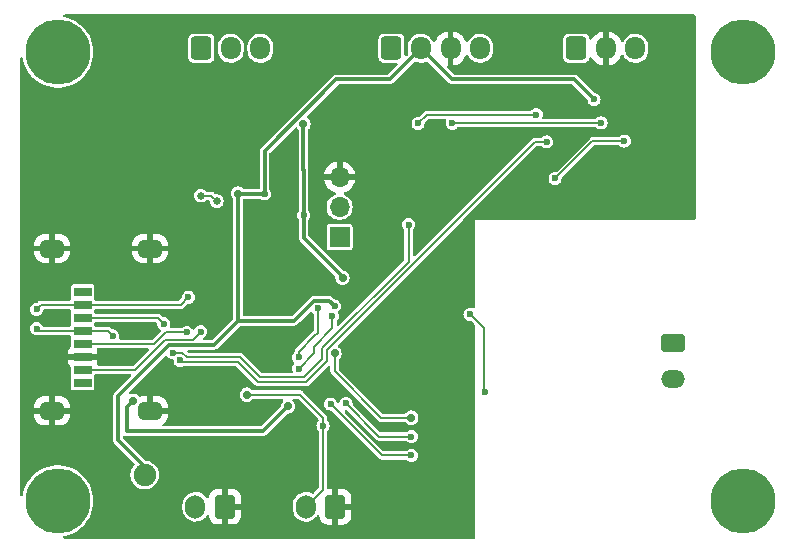
<source format=gbr>
%TF.GenerationSoftware,KiCad,Pcbnew,7.0.11-rc3*%
%TF.CreationDate,2025-03-16T23:23:52+08:00*%
%TF.ProjectId,BMS_Master,424d535f-4d61-4737-9465-722e6b696361,V1.3*%
%TF.SameCoordinates,Original*%
%TF.FileFunction,Copper,L2,Bot*%
%TF.FilePolarity,Positive*%
%FSLAX46Y46*%
G04 Gerber Fmt 4.6, Leading zero omitted, Abs format (unit mm)*
G04 Created by KiCad (PCBNEW 7.0.11-rc3) date 2025-03-16 23:23:52*
%MOMM*%
%LPD*%
G01*
G04 APERTURE LIST*
G04 Aperture macros list*
%AMRoundRect*
0 Rectangle with rounded corners*
0 $1 Rounding radius*
0 $2 $3 $4 $5 $6 $7 $8 $9 X,Y pos of 4 corners*
0 Add a 4 corners polygon primitive as box body*
4,1,4,$2,$3,$4,$5,$6,$7,$8,$9,$2,$3,0*
0 Add four circle primitives for the rounded corners*
1,1,$1+$1,$2,$3*
1,1,$1+$1,$4,$5*
1,1,$1+$1,$6,$7*
1,1,$1+$1,$8,$9*
0 Add four rect primitives between the rounded corners*
20,1,$1+$1,$2,$3,$4,$5,0*
20,1,$1+$1,$4,$5,$6,$7,0*
20,1,$1+$1,$6,$7,$8,$9,0*
20,1,$1+$1,$8,$9,$2,$3,0*%
G04 Aperture macros list end*
%TA.AperFunction,ComponentPad*%
%ADD10RoundRect,0.250000X-0.600000X-0.725000X0.600000X-0.725000X0.600000X0.725000X-0.600000X0.725000X0*%
%TD*%
%TA.AperFunction,ComponentPad*%
%ADD11O,1.700000X1.950000*%
%TD*%
%TA.AperFunction,ComponentPad*%
%ADD12R,1.700000X1.700000*%
%TD*%
%TA.AperFunction,ComponentPad*%
%ADD13O,1.700000X1.700000*%
%TD*%
%TA.AperFunction,ComponentPad*%
%ADD14C,5.500000*%
%TD*%
%TA.AperFunction,ComponentPad*%
%ADD15RoundRect,0.250000X0.600000X0.750000X-0.600000X0.750000X-0.600000X-0.750000X0.600000X-0.750000X0*%
%TD*%
%TA.AperFunction,ComponentPad*%
%ADD16O,1.700000X2.000000*%
%TD*%
%TA.AperFunction,ComponentPad*%
%ADD17RoundRect,0.250001X-0.759999X0.499999X-0.759999X-0.499999X0.759999X-0.499999X0.759999X0.499999X0*%
%TD*%
%TA.AperFunction,ComponentPad*%
%ADD18O,2.020000X1.500000*%
%TD*%
%TA.AperFunction,SMDPad,CuDef*%
%ADD19R,1.500000X0.800000*%
%TD*%
%TA.AperFunction,SMDPad,CuDef*%
%ADD20RoundRect,0.362500X-0.637500X0.362500X-0.637500X-0.362500X0.637500X-0.362500X0.637500X0.362500X0*%
%TD*%
%TA.AperFunction,ViaPad*%
%ADD21C,0.600000*%
%TD*%
%TA.AperFunction,ViaPad*%
%ADD22C,0.700000*%
%TD*%
%TA.AperFunction,ViaPad*%
%ADD23C,0.650000*%
%TD*%
%TA.AperFunction,ViaPad*%
%ADD24C,1.900000*%
%TD*%
%TA.AperFunction,Conductor*%
%ADD25C,0.300000*%
%TD*%
%TA.AperFunction,Conductor*%
%ADD26C,0.200000*%
%TD*%
%TA.AperFunction,Conductor*%
%ADD27C,0.150000*%
%TD*%
%TA.AperFunction,Conductor*%
%ADD28C,0.190000*%
%TD*%
G04 APERTURE END LIST*
D10*
%TO.P,J7,1,Pin_1*%
%TO.N,CRS2*%
X112900000Y-44675000D03*
D11*
%TO.P,J7,2,Pin_2*%
%TO.N,GND*%
X115400000Y-44675000D03*
%TO.P,J7,3,Pin_3*%
%TO.N,CRS1*%
X117900000Y-44675000D03*
%TD*%
D10*
%TO.P,J6,1,Pin_1*%
%TO.N,Net-(J6-Pin_1)*%
X97250000Y-44675000D03*
D11*
%TO.P,J6,2,Pin_2*%
%TO.N,+5V*%
X99750000Y-44675000D03*
%TO.P,J6,3,Pin_3*%
%TO.N,GND*%
X102250000Y-44675000D03*
%TO.P,J6,4,Pin_4*%
%TO.N,Net-(J6-Pin_4)*%
X104750000Y-44675000D03*
%TD*%
D12*
%TO.P,J2,1,Pin_1*%
%TO.N,SWDIO*%
X92855000Y-60650000D03*
D13*
%TO.P,J2,2,Pin_2*%
%TO.N,SWCLK*%
X92855000Y-58110000D03*
%TO.P,J2,3,Pin_3*%
%TO.N,GND*%
X92855000Y-55570000D03*
%TD*%
D14*
%TO.P,H4,1,1*%
%TO.N,unconnected-(H4-Pad1)*%
X69000000Y-83000000D03*
%TD*%
%TO.P,H2,1,1*%
%TO.N,unconnected-(H2-Pad1)*%
X127000000Y-45000000D03*
%TD*%
%TO.P,H1,1,1*%
%TO.N,unconnected-(H1-Pad1)*%
X127000000Y-83000000D03*
%TD*%
D15*
%TO.P,J3,1,Pin_1*%
%TO.N,GND*%
X92500000Y-83500000D03*
D16*
%TO.P,J3,2,Pin_2*%
%TO.N,BMS_FAULT*%
X90000000Y-83500000D03*
%TD*%
D10*
%TO.P,J5,1,Pin_1*%
%TO.N,CAN_P*%
X81155000Y-44675000D03*
D11*
%TO.P,J5,2,Pin_2*%
%TO.N,unconnected-(J5-Pin_2-Pad2)*%
X83655000Y-44675000D03*
%TO.P,J5,3,Pin_3*%
%TO.N,CAN_N*%
X86155000Y-44675000D03*
%TD*%
D17*
%TO.P,J4,1,Pin_1*%
%TO.N,Net-(J4-Pin_1)*%
X121100000Y-69665000D03*
D18*
%TO.P,J4,2,Pin_2*%
%TO.N,Net-(J4-Pin_2)*%
X121100000Y-72665000D03*
%TD*%
D14*
%TO.P,H3,1,1*%
%TO.N,unconnected-(H3-Pad1)*%
X69000000Y-45000000D03*
%TD*%
D15*
%TO.P,J1,1,Pin_1*%
%TO.N,GND*%
X83155000Y-83495000D03*
D16*
%TO.P,J1,2,Pin_2*%
%TO.N,+24V*%
X80655000Y-83495000D03*
%TD*%
D19*
%TO.P,J8,1,DAT2*%
%TO.N,unconnected-(J8-DAT2-Pad1)*%
X71100000Y-65300000D03*
%TO.P,J8,2,DAT3/CD*%
%TO.N,CS*%
X71100000Y-66400000D03*
%TO.P,J8,3,CMD*%
%TO.N,MOSI*%
X71100000Y-67500000D03*
%TO.P,J8,4,VDD*%
%TO.N,VIO*%
X71100000Y-68600000D03*
%TO.P,J8,5,CLK*%
%TO.N,SCLK*%
X71100000Y-69700000D03*
%TO.P,J8,6,VSS*%
%TO.N,GND*%
X71100000Y-70800000D03*
%TO.P,J8,7,DAT0*%
%TO.N,MISO*%
X71100000Y-71900000D03*
%TO.P,J8,8,DAT1*%
%TO.N,unconnected-(J8-DAT1-Pad8)*%
X71100000Y-73000000D03*
D20*
%TO.P,J8,9,SHIELD*%
%TO.N,GND*%
X76800000Y-61630000D03*
X68500000Y-61630000D03*
X76800000Y-75380000D03*
X68500000Y-75380000D03*
%TD*%
D21*
%TO.N,GND*%
X121455477Y-46670000D03*
X103675477Y-79690000D03*
X101135477Y-84770000D03*
X68115477Y-72070000D03*
X78275477Y-84770000D03*
X96055477Y-54290000D03*
X99050000Y-73250000D03*
X85895477Y-84770000D03*
D22*
X81053440Y-60546560D03*
D21*
X80815477Y-49210000D03*
X97600000Y-69400000D03*
X96055477Y-59370000D03*
X98595477Y-82230000D03*
X121455477Y-56830000D03*
D23*
X84200000Y-70172880D03*
D21*
X83405000Y-73100000D03*
X102600000Y-74750000D03*
X68115477Y-54290000D03*
X118915477Y-56830000D03*
X85895477Y-82230000D03*
X101135477Y-49210000D03*
X103650000Y-61800000D03*
X73195477Y-44130000D03*
X75735477Y-46670000D03*
X68115477Y-56830000D03*
D22*
X79605000Y-54200000D03*
D21*
X90975477Y-46670000D03*
X90975477Y-59370000D03*
X78275477Y-49210000D03*
X90975477Y-54290000D03*
D23*
X75600000Y-69000000D03*
D21*
X93515477Y-51750000D03*
X70655477Y-49210000D03*
X99223569Y-74475000D03*
X98595477Y-56830000D03*
X111295477Y-44130000D03*
X73195477Y-74610000D03*
X103300000Y-74750000D03*
X108755477Y-44130000D03*
X100550000Y-74650000D03*
X101135477Y-64450000D03*
X90975477Y-56830000D03*
X95100000Y-72400000D03*
X75735477Y-44130000D03*
X93515477Y-49210000D03*
X78275477Y-46670000D03*
X101950000Y-74750000D03*
X97700000Y-73100000D03*
X70655477Y-74610000D03*
X103675477Y-77150000D03*
X73195477Y-84770000D03*
X97300000Y-72550000D03*
X101135477Y-51750000D03*
X121455477Y-54290000D03*
X101100000Y-67700000D03*
X88435477Y-44130000D03*
X98350000Y-73150000D03*
X95900000Y-70350000D03*
X101135477Y-82230000D03*
X93515477Y-79690000D03*
X96055477Y-82230000D03*
X101800000Y-67700000D03*
X78275477Y-44130000D03*
X97200000Y-70050000D03*
X98950000Y-69100000D03*
X96500000Y-72350000D03*
D22*
X88755000Y-55250000D03*
D21*
X103675477Y-54290000D03*
X88435477Y-82230000D03*
X103675477Y-82230000D03*
X116375477Y-46670000D03*
X104000000Y-74750000D03*
X70655477Y-79690000D03*
X73195477Y-46670000D03*
X95250000Y-70350000D03*
X75735477Y-84770000D03*
X68115477Y-49210000D03*
X83355477Y-79690000D03*
X108755477Y-51750000D03*
X88435477Y-84770000D03*
X98300000Y-69400000D03*
X101135477Y-54290000D03*
X73195477Y-82230000D03*
X103200000Y-67700000D03*
D22*
X83005000Y-53550000D03*
D21*
X88435477Y-79690000D03*
X98595477Y-84770000D03*
X96055477Y-84770000D03*
X99000000Y-67700000D03*
X85895477Y-79690000D03*
D22*
X80205000Y-63650000D03*
D21*
X68115477Y-77150000D03*
X106215477Y-54290000D03*
X102500000Y-67700000D03*
X75735477Y-49210000D03*
X103675477Y-84770000D03*
X113835477Y-46670000D03*
X68115477Y-51750000D03*
X68115477Y-59370000D03*
X73195477Y-49210000D03*
X93515477Y-44130000D03*
X106215477Y-44130000D03*
X102450000Y-71200000D03*
X99882476Y-74487622D03*
X98595477Y-54290000D03*
X83355477Y-46670000D03*
X98950000Y-73850000D03*
X73195477Y-77150000D03*
X88435477Y-46670000D03*
X90975477Y-44130000D03*
X68115477Y-79690000D03*
X99700000Y-67700000D03*
D23*
X88200000Y-66200000D03*
D21*
X116375477Y-56830000D03*
X75105000Y-64000000D03*
X95750000Y-72300000D03*
X121455477Y-49210000D03*
X101300000Y-74700000D03*
X121455477Y-44130000D03*
X96600000Y-70300000D03*
X100400000Y-67700000D03*
X96055477Y-56830000D03*
X99400000Y-71300000D03*
X99000000Y-68400000D03*
X75850000Y-59350000D03*
X68115477Y-64450000D03*
X75735477Y-56830000D03*
X73195477Y-79690000D03*
%TO.N,+5V*%
X86500000Y-57000000D03*
X92440000Y-66510000D03*
D24*
X76355000Y-80800000D03*
D21*
X114400000Y-49000000D03*
D22*
X84255000Y-56972701D03*
%TO.N,VIO*%
X93105000Y-64100000D03*
X88475000Y-75000000D03*
X89800000Y-51100000D03*
D21*
X73655000Y-69025000D03*
D22*
X75400000Y-74509447D03*
D21*
X89805000Y-58800000D03*
X67200000Y-68425000D03*
%TO.N,Net-(U6-+)*%
X109500000Y-50300000D03*
X99500000Y-51025000D03*
%TO.N,Net-(D3-A1)*%
X105125000Y-73750000D03*
X103900000Y-67200000D03*
%TO.N,SCLK*%
X79924558Y-68739657D03*
%TO.N,MOSI*%
X77950000Y-68000000D03*
%TO.N,MISO*%
X81105000Y-68670096D03*
D22*
%TO.N,NFAULT*%
X92425414Y-70506162D03*
X98930000Y-75950000D03*
D21*
%TO.N,CRS1_DIV*%
X98700000Y-59600000D03*
X78710343Y-70439657D03*
%TO.N,CRS2*%
X110400000Y-52600000D03*
X79350000Y-71100000D03*
%TO.N,BMS_FAULT*%
X91450000Y-76637500D03*
D22*
X85000000Y-74000000D03*
D21*
%TO.N,CRS1*%
X116950000Y-52537500D03*
X111100000Y-55700000D03*
%TO.N,Net-(U7-+)*%
X115000000Y-51000000D03*
X102400000Y-51025000D03*
%TO.N,CS*%
X80050000Y-65750000D03*
X67200000Y-66775000D03*
%TO.N,UART_TX*%
X93400000Y-74750000D03*
X98930000Y-77550000D03*
X91000000Y-66700000D03*
X89400000Y-70850000D03*
%TO.N,UART_RX*%
X98930000Y-79150000D03*
X89400000Y-71800000D03*
X92250000Y-67350000D03*
X92100000Y-74800000D03*
D23*
%TO.N,CAN_TX*%
X82463150Y-57617701D03*
X81105000Y-57150000D03*
%TD*%
D25*
%TO.N,+5V*%
X86500000Y-57000000D02*
X84282299Y-57000000D01*
X112720000Y-47320000D02*
X114400000Y-49000000D01*
X89030761Y-67750000D02*
X84255000Y-67750000D01*
X102395000Y-47320000D02*
X112720000Y-47320000D01*
X82215343Y-69789657D02*
X84255000Y-67750000D01*
X84282299Y-57000000D02*
X84255000Y-56972701D01*
X86500000Y-57000000D02*
X86500000Y-53410050D01*
X92590050Y-47320000D02*
X97105000Y-47320000D01*
X90730761Y-66050000D02*
X89030761Y-67750000D01*
X91980000Y-66050000D02*
X90730761Y-66050000D01*
X76355000Y-80800000D02*
X76355000Y-80105000D01*
X97105000Y-47320000D02*
X99750000Y-44675000D01*
X76355000Y-80105000D02*
X74100000Y-77850000D01*
X74100000Y-77850000D02*
X74100000Y-74130761D01*
X92440000Y-66510000D02*
X91980000Y-66050000D01*
X99750000Y-44675000D02*
X102395000Y-47320000D01*
X86500000Y-53410050D02*
X92590050Y-47320000D01*
X74100000Y-74130761D02*
X78441104Y-69789657D01*
X78441104Y-69789657D02*
X82215343Y-69789657D01*
X84255000Y-67750000D02*
X84255000Y-56972701D01*
%TO.N,VIO*%
X93105000Y-64000000D02*
X93105000Y-64100000D01*
D26*
X71100000Y-68600000D02*
X67375000Y-68600000D01*
D25*
X74850000Y-75059447D02*
X74850000Y-77100000D01*
X75400000Y-74509447D02*
X74850000Y-75059447D01*
X89805000Y-55010000D02*
X89805000Y-58800000D01*
D26*
X71100000Y-68600000D02*
X73230000Y-68600000D01*
D25*
X89805000Y-60700000D02*
X93105000Y-64000000D01*
X89800000Y-55005000D02*
X89805000Y-55010000D01*
X89800000Y-51100000D02*
X89800000Y-55005000D01*
D26*
X67375000Y-68600000D02*
X67200000Y-68425000D01*
X73230000Y-68600000D02*
X73655000Y-69025000D01*
D25*
X89805000Y-58800000D02*
X89805000Y-60700000D01*
X74850000Y-77100000D02*
X86375000Y-77100000D01*
X86375000Y-77100000D02*
X88475000Y-75000000D01*
D27*
%TO.N,Net-(U6-+)*%
X109500000Y-50300000D02*
X100225000Y-50300000D01*
X100225000Y-50300000D02*
X99500000Y-51025000D01*
%TO.N,Net-(D3-A1)*%
X103900000Y-67200000D02*
X105100000Y-68400000D01*
X105100000Y-68400000D02*
X105100000Y-73725000D01*
X105100000Y-73725000D02*
X105125000Y-73750000D01*
D26*
%TO.N,SCLK*%
X77184314Y-69700000D02*
X71100000Y-69700000D01*
X79924558Y-68739657D02*
X78144657Y-68739657D01*
X78144657Y-68739657D02*
X77184314Y-69700000D01*
%TO.N,MOSI*%
X77450000Y-67500000D02*
X71100000Y-67500000D01*
X77950000Y-68000000D02*
X77450000Y-67500000D01*
%TO.N,MISO*%
X80435439Y-69339657D02*
X78110343Y-69339657D01*
X78110343Y-69339657D02*
X75550000Y-71900000D01*
X75550000Y-71900000D02*
X71100000Y-71900000D01*
X81105000Y-68670096D02*
X80435439Y-69339657D01*
D28*
%TO.N,NFAULT*%
X96355000Y-75950000D02*
X92425414Y-72020414D01*
X98930000Y-75950000D02*
X96355000Y-75950000D01*
X92425414Y-72020414D02*
X92425414Y-70506162D01*
D26*
%TO.N,CRS1_DIV*%
X84387045Y-70797880D02*
X86139165Y-72550000D01*
X79896409Y-70797880D02*
X84387045Y-70797880D01*
X79538186Y-70439657D02*
X79896409Y-70797880D01*
X98700000Y-62746651D02*
X98700000Y-59600000D01*
X91375414Y-70071237D02*
X98700000Y-62746651D01*
X91375414Y-71008900D02*
X91375414Y-70071237D01*
X89834314Y-72550000D02*
X91375414Y-71008900D01*
X78710343Y-70439657D02*
X79538186Y-70439657D01*
X86139165Y-72550000D02*
X89834314Y-72550000D01*
%TO.N,CRS2*%
X91775414Y-71174586D02*
X91775414Y-70236923D01*
X90000000Y-72950000D02*
X91775414Y-71174586D01*
X91775414Y-70236923D02*
X109412337Y-52600000D01*
X85973479Y-72950000D02*
X90000000Y-72950000D01*
X79350000Y-71100000D02*
X79447880Y-71197880D01*
X79447880Y-71197880D02*
X84221359Y-71197880D01*
X109412337Y-52600000D02*
X110400000Y-52600000D01*
X84221359Y-71197880D02*
X85973479Y-72950000D01*
%TO.N,BMS_FAULT*%
X91450000Y-76637500D02*
X91450000Y-75950761D01*
X91450000Y-82050000D02*
X90000000Y-83500000D01*
X91450000Y-76637500D02*
X91450000Y-82050000D01*
X89499239Y-74000000D02*
X85000000Y-74000000D01*
X91450000Y-75950761D02*
X89499239Y-74000000D01*
D27*
%TO.N,CRS1*%
X111100000Y-55700000D02*
X114262500Y-52537500D01*
X114262500Y-52537500D02*
X116950000Y-52537500D01*
%TO.N,Net-(U7-+)*%
X102425000Y-51000000D02*
X102400000Y-51025000D01*
X115000000Y-51000000D02*
X102425000Y-51000000D01*
D26*
%TO.N,CS*%
X79400000Y-66400000D02*
X71100000Y-66400000D01*
X67575000Y-66400000D02*
X67200000Y-66775000D01*
X71100000Y-66400000D02*
X67575000Y-66400000D01*
X80050000Y-65750000D02*
X79400000Y-66400000D01*
%TO.N,UART_TX*%
X89400000Y-70350000D02*
X89400000Y-70850000D01*
X91000000Y-66700000D02*
X91000000Y-68750000D01*
X93400000Y-74750000D02*
X96200000Y-77550000D01*
X90700000Y-69050000D02*
X89400000Y-70350000D01*
X96200000Y-77550000D02*
X98930000Y-77550000D01*
X91000000Y-68750000D02*
X90700000Y-69050000D01*
%TO.N,UART_RX*%
X96450000Y-79150000D02*
X98930000Y-79150000D01*
X92250000Y-67350000D02*
X92250000Y-68400000D01*
X92100000Y-74800000D02*
X96450000Y-79150000D01*
X92250000Y-68400000D02*
X90700000Y-69950000D01*
X90700000Y-69950000D02*
X90700000Y-70500000D01*
X90700000Y-70500000D02*
X89400000Y-71800000D01*
D28*
%TO.N,CAN_TX*%
X82463150Y-57617701D02*
X81995449Y-57150000D01*
X81995449Y-57150000D02*
X81105000Y-57150000D01*
%TD*%
%TA.AperFunction,Conductor*%
%TO.N,GND*%
G36*
X122943039Y-41820185D02*
G01*
X122988794Y-41872989D01*
X123000000Y-41924500D01*
X123000000Y-59076000D01*
X122980315Y-59143039D01*
X122927511Y-59188794D01*
X122876000Y-59200000D01*
X103308019Y-59200000D01*
X106808019Y-55700000D01*
X110544750Y-55700000D01*
X110563670Y-55843708D01*
X110563671Y-55843712D01*
X110619137Y-55977622D01*
X110619138Y-55977624D01*
X110619139Y-55977625D01*
X110707379Y-56092621D01*
X110822375Y-56180861D01*
X110956291Y-56236330D01*
X111083280Y-56253048D01*
X111099999Y-56255250D01*
X111100000Y-56255250D01*
X111100001Y-56255250D01*
X111114977Y-56253278D01*
X111243709Y-56236330D01*
X111377625Y-56180861D01*
X111492621Y-56092621D01*
X111580861Y-55977625D01*
X111636330Y-55843709D01*
X111655250Y-55700000D01*
X111652188Y-55676744D01*
X111662953Y-55607711D01*
X111687443Y-55572881D01*
X114361008Y-52899319D01*
X114422331Y-52865834D01*
X114448689Y-52863000D01*
X116444725Y-52863000D01*
X116511764Y-52882685D01*
X116543099Y-52911511D01*
X116557379Y-52930121D01*
X116672375Y-53018361D01*
X116806291Y-53073830D01*
X116933280Y-53090548D01*
X116949999Y-53092750D01*
X116950000Y-53092750D01*
X116950001Y-53092750D01*
X116964977Y-53090778D01*
X117093709Y-53073830D01*
X117227625Y-53018361D01*
X117342621Y-52930121D01*
X117430861Y-52815125D01*
X117486330Y-52681209D01*
X117505250Y-52537500D01*
X117486330Y-52393791D01*
X117433156Y-52265415D01*
X117430862Y-52259877D01*
X117430861Y-52259876D01*
X117430861Y-52259875D01*
X117342621Y-52144879D01*
X117227625Y-52056639D01*
X117227624Y-52056638D01*
X117227622Y-52056637D01*
X117093712Y-52001171D01*
X117093710Y-52001170D01*
X117093709Y-52001170D01*
X117021854Y-51991710D01*
X116950001Y-51982250D01*
X116949999Y-51982250D01*
X116806291Y-52001170D01*
X116806287Y-52001171D01*
X116672377Y-52056637D01*
X116557378Y-52144880D01*
X116543100Y-52163488D01*
X116486671Y-52204690D01*
X116444725Y-52212000D01*
X114282117Y-52212000D01*
X114271308Y-52211528D01*
X114233692Y-52208236D01*
X114197217Y-52218010D01*
X114186661Y-52220350D01*
X114149458Y-52226911D01*
X114144483Y-52228721D01*
X114127618Y-52235707D01*
X114122813Y-52237947D01*
X114091876Y-52259608D01*
X114082762Y-52265415D01*
X114050045Y-52284305D01*
X114025761Y-52313244D01*
X114018456Y-52321215D01*
X111227119Y-55112553D01*
X111165796Y-55146038D01*
X111123253Y-55147811D01*
X111100001Y-55144750D01*
X111099999Y-55144750D01*
X110956291Y-55163670D01*
X110956287Y-55163671D01*
X110822377Y-55219137D01*
X110707379Y-55307379D01*
X110619137Y-55422377D01*
X110563671Y-55556287D01*
X110563670Y-55556291D01*
X110544750Y-55699999D01*
X110544750Y-55700000D01*
X106808019Y-55700000D01*
X109521200Y-52986819D01*
X109582523Y-52953334D01*
X109608881Y-52950500D01*
X109913908Y-52950500D01*
X109980947Y-52970185D01*
X110000412Y-52988086D01*
X110001628Y-52986871D01*
X110007372Y-52992615D01*
X110007377Y-52992619D01*
X110007379Y-52992621D01*
X110122375Y-53080861D01*
X110256291Y-53136330D01*
X110383280Y-53153048D01*
X110399999Y-53155250D01*
X110400000Y-53155250D01*
X110400001Y-53155250D01*
X110414977Y-53153278D01*
X110543709Y-53136330D01*
X110677625Y-53080861D01*
X110792621Y-52992621D01*
X110880861Y-52877625D01*
X110936330Y-52743709D01*
X110955250Y-52600000D01*
X110936330Y-52456291D01*
X110880861Y-52322375D01*
X110792621Y-52207379D01*
X110677625Y-52119139D01*
X110677624Y-52119138D01*
X110677622Y-52119137D01*
X110543712Y-52063671D01*
X110543710Y-52063670D01*
X110543709Y-52063670D01*
X110471854Y-52054210D01*
X110400001Y-52044750D01*
X110399999Y-52044750D01*
X110256291Y-52063670D01*
X110256287Y-52063671D01*
X110122377Y-52119137D01*
X110007372Y-52207384D01*
X110001628Y-52213129D01*
X109999111Y-52210612D01*
X109955817Y-52242203D01*
X109913908Y-52249500D01*
X109461548Y-52249500D01*
X109436102Y-52246861D01*
X109427022Y-52244957D01*
X109427021Y-52244957D01*
X109427020Y-52244957D01*
X109398214Y-52248548D01*
X109384548Y-52249396D01*
X109383302Y-52249499D01*
X109364297Y-52252669D01*
X109359240Y-52253405D01*
X109310944Y-52259426D01*
X109303907Y-52261520D01*
X109296956Y-52263907D01*
X109254146Y-52287074D01*
X109249595Y-52289417D01*
X109205850Y-52310804D01*
X109199857Y-52315081D01*
X109194080Y-52319579D01*
X109161106Y-52355398D01*
X109157559Y-52359095D01*
X102316655Y-59200000D01*
X99083005Y-59200000D01*
X98977625Y-59119139D01*
X98977624Y-59119138D01*
X98977622Y-59119137D01*
X98843712Y-59063671D01*
X98843710Y-59063670D01*
X98843709Y-59063670D01*
X98771854Y-59054210D01*
X98700001Y-59044750D01*
X98699999Y-59044750D01*
X98556291Y-59063670D01*
X98556287Y-59063671D01*
X98422377Y-59119137D01*
X98316995Y-59200000D01*
X97900000Y-59200000D01*
X97900000Y-63050969D01*
X92812181Y-68138788D01*
X92750858Y-68172273D01*
X92681166Y-68167289D01*
X92625233Y-68125417D01*
X92600816Y-68059953D01*
X92600500Y-68051107D01*
X92600500Y-67836092D01*
X92620185Y-67769053D01*
X92638114Y-67749609D01*
X92636874Y-67748369D01*
X92642619Y-67742623D01*
X92647448Y-67736330D01*
X92730861Y-67627625D01*
X92786330Y-67493709D01*
X92805250Y-67350000D01*
X92786330Y-67206291D01*
X92738459Y-67090718D01*
X92730990Y-67021249D01*
X92762266Y-66958770D01*
X92777527Y-66944896D01*
X92832621Y-66902621D01*
X92920861Y-66787625D01*
X92976330Y-66653709D01*
X92995250Y-66510000D01*
X92976330Y-66366291D01*
X92923469Y-66238671D01*
X92920862Y-66232377D01*
X92920861Y-66232376D01*
X92920861Y-66232375D01*
X92832621Y-66117379D01*
X92717625Y-66029139D01*
X92717624Y-66029138D01*
X92717622Y-66029137D01*
X92583712Y-65973671D01*
X92583710Y-65973670D01*
X92583709Y-65973670D01*
X92530363Y-65966646D01*
X92494562Y-65961933D01*
X92430665Y-65933666D01*
X92423080Y-65926688D01*
X92240909Y-65744516D01*
X92240908Y-65744515D01*
X92237797Y-65741404D01*
X92237782Y-65741390D01*
X92218342Y-65721950D01*
X92218340Y-65721949D01*
X92198600Y-65711890D01*
X92182014Y-65701726D01*
X92164090Y-65688704D01*
X92164091Y-65688704D01*
X92143018Y-65681857D01*
X92125045Y-65674412D01*
X92105307Y-65664355D01*
X92105304Y-65664354D01*
X92083418Y-65660887D01*
X92064507Y-65656346D01*
X92043439Y-65649501D01*
X92043434Y-65649500D01*
X92043433Y-65649500D01*
X92011519Y-65649500D01*
X90794194Y-65649500D01*
X90667328Y-65649500D01*
X90646252Y-65656347D01*
X90627343Y-65660887D01*
X90605456Y-65664354D01*
X90585713Y-65674413D01*
X90567749Y-65681854D01*
X90546671Y-65688703D01*
X90546666Y-65688706D01*
X90528738Y-65701731D01*
X90512158Y-65711891D01*
X90492421Y-65721948D01*
X90492420Y-65721948D01*
X90481137Y-65733231D01*
X90469855Y-65744513D01*
X90469854Y-65744513D01*
X88901187Y-67313181D01*
X88839864Y-67346666D01*
X88813506Y-67349500D01*
X84779500Y-67349500D01*
X84712461Y-67329815D01*
X84666706Y-67277011D01*
X84655500Y-67225500D01*
X84655500Y-57524500D01*
X84675185Y-57457461D01*
X84727989Y-57411706D01*
X84779500Y-57400500D01*
X86075554Y-57400500D01*
X86142593Y-57420185D01*
X86151040Y-57426124D01*
X86191880Y-57457461D01*
X86222375Y-57480861D01*
X86356291Y-57536330D01*
X86483280Y-57553048D01*
X86499999Y-57555250D01*
X86500000Y-57555250D01*
X86500001Y-57555250D01*
X86514977Y-57553278D01*
X86643709Y-57536330D01*
X86777625Y-57480861D01*
X86892621Y-57392621D01*
X86980861Y-57277625D01*
X87036330Y-57143709D01*
X87055250Y-57000000D01*
X87036330Y-56856291D01*
X86980861Y-56722375D01*
X86972530Y-56711518D01*
X86926124Y-56651039D01*
X86900930Y-56585869D01*
X86900500Y-56575553D01*
X86900500Y-53627303D01*
X86920185Y-53560264D01*
X86936814Y-53539627D01*
X89087840Y-51388600D01*
X89149161Y-51355117D01*
X89218853Y-51360101D01*
X89273895Y-51400796D01*
X89275463Y-51402839D01*
X89275464Y-51402841D01*
X89371718Y-51528282D01*
X89371720Y-51528283D01*
X89373876Y-51531093D01*
X89399070Y-51596262D01*
X89399500Y-51606580D01*
X89399500Y-55068431D01*
X89401027Y-55078074D01*
X89400492Y-55078158D01*
X89404500Y-55103462D01*
X89404500Y-58375553D01*
X89384815Y-58442592D01*
X89378876Y-58451039D01*
X89324139Y-58522374D01*
X89324138Y-58522376D01*
X89268671Y-58656287D01*
X89268670Y-58656291D01*
X89249750Y-58799999D01*
X89249750Y-58800000D01*
X89268670Y-58943708D01*
X89268671Y-58943712D01*
X89324138Y-59077623D01*
X89324139Y-59077625D01*
X89378875Y-59148957D01*
X89404070Y-59214125D01*
X89404500Y-59224444D01*
X89404500Y-60763429D01*
X89404501Y-60763439D01*
X89411346Y-60784507D01*
X89415887Y-60803418D01*
X89419354Y-60825304D01*
X89419355Y-60825307D01*
X89429412Y-60845045D01*
X89436857Y-60863018D01*
X89443704Y-60884090D01*
X89456726Y-60902014D01*
X89466890Y-60918600D01*
X89476949Y-60938340D01*
X89476950Y-60938342D01*
X89496390Y-60957782D01*
X89496419Y-60957813D01*
X92472282Y-63933675D01*
X92505767Y-63994998D01*
X92507540Y-64037540D01*
X92499318Y-64099997D01*
X92499318Y-64100001D01*
X92519955Y-64256760D01*
X92519956Y-64256762D01*
X92580464Y-64402841D01*
X92676718Y-64528282D01*
X92802159Y-64624536D01*
X92948238Y-64685044D01*
X93026619Y-64695363D01*
X93104999Y-64705682D01*
X93105000Y-64705682D01*
X93105001Y-64705682D01*
X93157254Y-64698802D01*
X93261762Y-64685044D01*
X93407841Y-64624536D01*
X93533282Y-64528282D01*
X93629536Y-64402841D01*
X93690044Y-64256762D01*
X93710682Y-64100000D01*
X93690044Y-63943238D01*
X93629536Y-63797159D01*
X93533282Y-63671718D01*
X93407841Y-63575464D01*
X93407839Y-63575463D01*
X93261761Y-63514955D01*
X93216646Y-63509016D01*
X93152749Y-63480749D01*
X93145151Y-63473758D01*
X91196071Y-61524678D01*
X91754500Y-61524678D01*
X91769032Y-61597735D01*
X91769033Y-61597739D01*
X91769034Y-61597740D01*
X91824399Y-61680601D01*
X91898400Y-61730046D01*
X91907260Y-61735966D01*
X91907264Y-61735967D01*
X91980321Y-61750499D01*
X91980324Y-61750500D01*
X91980326Y-61750500D01*
X93729676Y-61750500D01*
X93729677Y-61750499D01*
X93802740Y-61735966D01*
X93885601Y-61680601D01*
X93940966Y-61597740D01*
X93955500Y-61524674D01*
X93955500Y-59775326D01*
X93955500Y-59775323D01*
X93955499Y-59775321D01*
X93940967Y-59702264D01*
X93940966Y-59702260D01*
X93939122Y-59699500D01*
X93885601Y-59619399D01*
X93802740Y-59564034D01*
X93802739Y-59564033D01*
X93802735Y-59564032D01*
X93729677Y-59549500D01*
X93729674Y-59549500D01*
X91980326Y-59549500D01*
X91980323Y-59549500D01*
X91907264Y-59564032D01*
X91907260Y-59564033D01*
X91824399Y-59619399D01*
X91769033Y-59702260D01*
X91769032Y-59702264D01*
X91754500Y-59775321D01*
X91754500Y-61524678D01*
X91196071Y-61524678D01*
X90241819Y-60570426D01*
X90208334Y-60509103D01*
X90205500Y-60482745D01*
X90205500Y-59224444D01*
X90225185Y-59157405D01*
X90231125Y-59148957D01*
X90235666Y-59143039D01*
X90285861Y-59077625D01*
X90341330Y-58943709D01*
X90360250Y-58800000D01*
X90341330Y-58656291D01*
X90285861Y-58522375D01*
X90277530Y-58511518D01*
X90231124Y-58451039D01*
X90205930Y-58385869D01*
X90205500Y-58375553D01*
X90205500Y-55820000D01*
X91524364Y-55820000D01*
X91581567Y-56033486D01*
X91581570Y-56033492D01*
X91681399Y-56247578D01*
X91816894Y-56441082D01*
X91983917Y-56608105D01*
X92177421Y-56743600D01*
X92391507Y-56843429D01*
X92391516Y-56843433D01*
X92430583Y-56853901D01*
X92490244Y-56890266D01*
X92520773Y-56953113D01*
X92512479Y-57022488D01*
X92467993Y-57076366D01*
X92443284Y-57089302D01*
X92362373Y-57120647D01*
X92362357Y-57120655D01*
X92188960Y-57228017D01*
X92188958Y-57228019D01*
X92038237Y-57365418D01*
X91915327Y-57528178D01*
X91824422Y-57710739D01*
X91824417Y-57710752D01*
X91768602Y-57906917D01*
X91749785Y-58109999D01*
X91749785Y-58110000D01*
X91768602Y-58313082D01*
X91824417Y-58509247D01*
X91824422Y-58509260D01*
X91915327Y-58691821D01*
X92038237Y-58854581D01*
X92188958Y-58991980D01*
X92188960Y-58991982D01*
X92274184Y-59044750D01*
X92362363Y-59099348D01*
X92552544Y-59173024D01*
X92753024Y-59210500D01*
X92753026Y-59210500D01*
X92956974Y-59210500D01*
X92956976Y-59210500D01*
X93157456Y-59173024D01*
X93347637Y-59099348D01*
X93521041Y-58991981D01*
X93671764Y-58854579D01*
X93794673Y-58691821D01*
X93885582Y-58509250D01*
X93941397Y-58313083D01*
X93960215Y-58110000D01*
X93941397Y-57906917D01*
X93885582Y-57710750D01*
X93885550Y-57710686D01*
X93810740Y-57560447D01*
X93794673Y-57528179D01*
X93698619Y-57400983D01*
X93671762Y-57365418D01*
X93521041Y-57228019D01*
X93521039Y-57228017D01*
X93347642Y-57120655D01*
X93347635Y-57120651D01*
X93266715Y-57089303D01*
X93211313Y-57046730D01*
X93187723Y-56980963D01*
X93203434Y-56912883D01*
X93253458Y-56864104D01*
X93279417Y-56853901D01*
X93318481Y-56843434D01*
X93318492Y-56843429D01*
X93532578Y-56743600D01*
X93726082Y-56608105D01*
X93893105Y-56441082D01*
X94028600Y-56247578D01*
X94128429Y-56033492D01*
X94128432Y-56033486D01*
X94185636Y-55820000D01*
X93288686Y-55820000D01*
X93314493Y-55779844D01*
X93355000Y-55641889D01*
X93355000Y-55498111D01*
X93314493Y-55360156D01*
X93288686Y-55320000D01*
X94185636Y-55320000D01*
X94185635Y-55319999D01*
X94128432Y-55106513D01*
X94128429Y-55106507D01*
X94028600Y-54892422D01*
X94028599Y-54892420D01*
X93893113Y-54698926D01*
X93893108Y-54698920D01*
X93726082Y-54531894D01*
X93532578Y-54396399D01*
X93318492Y-54296570D01*
X93318486Y-54296567D01*
X93105000Y-54239364D01*
X93105000Y-55134498D01*
X92997315Y-55085320D01*
X92890763Y-55070000D01*
X92819237Y-55070000D01*
X92712685Y-55085320D01*
X92605000Y-55134498D01*
X92605000Y-54239364D01*
X92604999Y-54239364D01*
X92391513Y-54296567D01*
X92391507Y-54296570D01*
X92177422Y-54396399D01*
X92177420Y-54396400D01*
X91983926Y-54531886D01*
X91983920Y-54531891D01*
X91816891Y-54698920D01*
X91816886Y-54698926D01*
X91681400Y-54892420D01*
X91681399Y-54892422D01*
X91581570Y-55106507D01*
X91581567Y-55106513D01*
X91524364Y-55319999D01*
X91524364Y-55320000D01*
X92421314Y-55320000D01*
X92395507Y-55360156D01*
X92355000Y-55498111D01*
X92355000Y-55641889D01*
X92395507Y-55779844D01*
X92421314Y-55820000D01*
X91524364Y-55820000D01*
X90205500Y-55820000D01*
X90205500Y-54946569D01*
X90203973Y-54936928D01*
X90204507Y-54936843D01*
X90200500Y-54911538D01*
X90200500Y-51606580D01*
X90220185Y-51539541D01*
X90226124Y-51531093D01*
X90228279Y-51528283D01*
X90228282Y-51528282D01*
X90324536Y-51402841D01*
X90385044Y-51256762D01*
X90405682Y-51100000D01*
X90395808Y-51025000D01*
X98944750Y-51025000D01*
X98960378Y-51143708D01*
X98963670Y-51168708D01*
X98963671Y-51168712D01*
X99019137Y-51302622D01*
X99019138Y-51302624D01*
X99019139Y-51302625D01*
X99107379Y-51417621D01*
X99222375Y-51505861D01*
X99356291Y-51561330D01*
X99483280Y-51578048D01*
X99499999Y-51580250D01*
X99500000Y-51580250D01*
X99500001Y-51580250D01*
X99514977Y-51578278D01*
X99643709Y-51561330D01*
X99777625Y-51505861D01*
X99892621Y-51417621D01*
X99980861Y-51302625D01*
X100036330Y-51168709D01*
X100055250Y-51025000D01*
X100052188Y-51001744D01*
X100062953Y-50932711D01*
X100087440Y-50897884D01*
X100323508Y-50661816D01*
X100384830Y-50628334D01*
X100411188Y-50625500D01*
X101784043Y-50625500D01*
X101851082Y-50645185D01*
X101896837Y-50697989D01*
X101906781Y-50767147D01*
X101898604Y-50796952D01*
X101863671Y-50881287D01*
X101863670Y-50881291D01*
X101847812Y-51001746D01*
X101844750Y-51025000D01*
X101860378Y-51143708D01*
X101863670Y-51168708D01*
X101863671Y-51168712D01*
X101919137Y-51302622D01*
X101919138Y-51302624D01*
X101919139Y-51302625D01*
X102007379Y-51417621D01*
X102122375Y-51505861D01*
X102256291Y-51561330D01*
X102383280Y-51578048D01*
X102399999Y-51580250D01*
X102400000Y-51580250D01*
X102400001Y-51580250D01*
X102414977Y-51578278D01*
X102543709Y-51561330D01*
X102677625Y-51505861D01*
X102792621Y-51417621D01*
X102826083Y-51374013D01*
X102882511Y-51332811D01*
X102924458Y-51325500D01*
X114494725Y-51325500D01*
X114561764Y-51345185D01*
X114593099Y-51374011D01*
X114607379Y-51392621D01*
X114722375Y-51480861D01*
X114856291Y-51536330D01*
X114983280Y-51553048D01*
X114999999Y-51555250D01*
X115000000Y-51555250D01*
X115000001Y-51555250D01*
X115014977Y-51553278D01*
X115143709Y-51536330D01*
X115277625Y-51480861D01*
X115392621Y-51392621D01*
X115480861Y-51277625D01*
X115536330Y-51143709D01*
X115555250Y-51000000D01*
X115536330Y-50856291D01*
X115480861Y-50722375D01*
X115392621Y-50607379D01*
X115277625Y-50519139D01*
X115277624Y-50519138D01*
X115277622Y-50519137D01*
X115143712Y-50463671D01*
X115143710Y-50463670D01*
X115143709Y-50463670D01*
X115022567Y-50447721D01*
X115000001Y-50444750D01*
X114999999Y-50444750D01*
X114856291Y-50463670D01*
X114856287Y-50463671D01*
X114722377Y-50519137D01*
X114607378Y-50607380D01*
X114593100Y-50625988D01*
X114536671Y-50667190D01*
X114494725Y-50674500D01*
X110126313Y-50674500D01*
X110059274Y-50654815D01*
X110013519Y-50602011D01*
X110003575Y-50532853D01*
X110011751Y-50503049D01*
X110017707Y-50488670D01*
X110036330Y-50443709D01*
X110055250Y-50300000D01*
X110036330Y-50156291D01*
X109980861Y-50022375D01*
X109892621Y-49907379D01*
X109777625Y-49819139D01*
X109777624Y-49819138D01*
X109777622Y-49819137D01*
X109643712Y-49763671D01*
X109643710Y-49763670D01*
X109643709Y-49763670D01*
X109571854Y-49754210D01*
X109500001Y-49744750D01*
X109499999Y-49744750D01*
X109356291Y-49763670D01*
X109356287Y-49763671D01*
X109222377Y-49819137D01*
X109107378Y-49907380D01*
X109093100Y-49925988D01*
X109036671Y-49967190D01*
X108994725Y-49974500D01*
X100244628Y-49974500D01*
X100233819Y-49974028D01*
X100196192Y-49970735D01*
X100196191Y-49970735D01*
X100159703Y-49980512D01*
X100149148Y-49982852D01*
X100111960Y-49989410D01*
X100106961Y-49991229D01*
X100090117Y-49998206D01*
X100085313Y-50000446D01*
X100054381Y-50022105D01*
X100045264Y-50027914D01*
X100012548Y-50046804D01*
X100012540Y-50046810D01*
X99988262Y-50075743D01*
X99980956Y-50083716D01*
X99627119Y-50437553D01*
X99565796Y-50471038D01*
X99523253Y-50472811D01*
X99500001Y-50469750D01*
X99499999Y-50469750D01*
X99356291Y-50488670D01*
X99356287Y-50488671D01*
X99222377Y-50544137D01*
X99107379Y-50632379D01*
X99019137Y-50747377D01*
X98963671Y-50881287D01*
X98963670Y-50881291D01*
X98947812Y-51001746D01*
X98944750Y-51025000D01*
X90395808Y-51025000D01*
X90385044Y-50943238D01*
X90324536Y-50797159D01*
X90228282Y-50671718D01*
X90102841Y-50575464D01*
X90102840Y-50575463D01*
X90100796Y-50573895D01*
X90059594Y-50517467D01*
X90055439Y-50447721D01*
X90088600Y-50387840D01*
X92719623Y-47756819D01*
X92780946Y-47723334D01*
X92807304Y-47720500D01*
X97168431Y-47720500D01*
X97168433Y-47720500D01*
X97189501Y-47713654D01*
X97208417Y-47709112D01*
X97230304Y-47705646D01*
X97250044Y-47695586D01*
X97268011Y-47688144D01*
X97289090Y-47681296D01*
X97307026Y-47668263D01*
X97323588Y-47658114D01*
X97343342Y-47648050D01*
X97358834Y-47632557D01*
X97358841Y-47632552D01*
X97805213Y-47186180D01*
X99157892Y-45833499D01*
X99219213Y-45800016D01*
X99286127Y-45804002D01*
X99401104Y-45843796D01*
X99489367Y-45874344D01*
X99697398Y-45904254D01*
X99907330Y-45894254D01*
X100111576Y-45844704D01*
X100199211Y-45804681D01*
X100268366Y-45794738D01*
X100331922Y-45823762D01*
X100338402Y-45829795D01*
X102138413Y-47629807D01*
X102138433Y-47629825D01*
X102156656Y-47648049D01*
X102176394Y-47658106D01*
X102192982Y-47668271D01*
X102210910Y-47681296D01*
X102231979Y-47688141D01*
X102249958Y-47695588D01*
X102269696Y-47705646D01*
X102291578Y-47709111D01*
X102310491Y-47713652D01*
X102331567Y-47720500D01*
X102363481Y-47720500D01*
X112502745Y-47720500D01*
X112569784Y-47740185D01*
X112590426Y-47756819D01*
X113816675Y-48983068D01*
X113850160Y-49044391D01*
X113851933Y-49054563D01*
X113863670Y-49143707D01*
X113863671Y-49143712D01*
X113919137Y-49277622D01*
X113919138Y-49277624D01*
X113919139Y-49277625D01*
X114007379Y-49392621D01*
X114122375Y-49480861D01*
X114256291Y-49536330D01*
X114383280Y-49553048D01*
X114399999Y-49555250D01*
X114400000Y-49555250D01*
X114400001Y-49555250D01*
X114414977Y-49553278D01*
X114543709Y-49536330D01*
X114677625Y-49480861D01*
X114792621Y-49392621D01*
X114880861Y-49277625D01*
X114936330Y-49143709D01*
X114955250Y-49000000D01*
X114936330Y-48856291D01*
X114880861Y-48722375D01*
X114792621Y-48607379D01*
X114677625Y-48519139D01*
X114677624Y-48519138D01*
X114677622Y-48519137D01*
X114543712Y-48463671D01*
X114543710Y-48463670D01*
X114543709Y-48463670D01*
X114495009Y-48457258D01*
X114454563Y-48451933D01*
X114390666Y-48423666D01*
X114383068Y-48416675D01*
X112977813Y-47011419D01*
X112977782Y-47011390D01*
X112958342Y-46991950D01*
X112958340Y-46991949D01*
X112938600Y-46981890D01*
X112922014Y-46971726D01*
X112904090Y-46958704D01*
X112904091Y-46958704D01*
X112883018Y-46951857D01*
X112865045Y-46944412D01*
X112845307Y-46934355D01*
X112845304Y-46934354D01*
X112823418Y-46930887D01*
X112804507Y-46926346D01*
X112783439Y-46919501D01*
X112783434Y-46919500D01*
X112783433Y-46919500D01*
X112783429Y-46919500D01*
X102612255Y-46919500D01*
X102545216Y-46899815D01*
X102524574Y-46883181D01*
X101970988Y-46329595D01*
X101937503Y-46268272D01*
X101942487Y-46198580D01*
X101983184Y-46143537D01*
X102000000Y-46130633D01*
X102000000Y-45083018D01*
X102114801Y-45135446D01*
X102216025Y-45150000D01*
X102283975Y-45150000D01*
X102385199Y-45135446D01*
X102500000Y-45083018D01*
X102500000Y-46130633D01*
X102713483Y-46073433D01*
X102713492Y-46073429D01*
X102927577Y-45973600D01*
X102927579Y-45973599D01*
X103121073Y-45838113D01*
X103121079Y-45838108D01*
X103288108Y-45671079D01*
X103288113Y-45671073D01*
X103423599Y-45477579D01*
X103423602Y-45477573D01*
X103524620Y-45260940D01*
X103570792Y-45208500D01*
X103637985Y-45189348D01*
X103704867Y-45209564D01*
X103747216Y-45256522D01*
X103794854Y-45348927D01*
X103819991Y-45397686D01*
X103949905Y-45562883D01*
X103949909Y-45562887D01*
X104108746Y-45700521D01*
X104290750Y-45805601D01*
X104290752Y-45805601D01*
X104290756Y-45805604D01*
X104489367Y-45874344D01*
X104697398Y-45904254D01*
X104907330Y-45894254D01*
X105111576Y-45844704D01*
X105281323Y-45767183D01*
X105302743Y-45757401D01*
X105302746Y-45757399D01*
X105302753Y-45757396D01*
X105473952Y-45635486D01*
X105543179Y-45562883D01*
X105618985Y-45483379D01*
X105618986Y-45483378D01*
X105641806Y-45447870D01*
X111799500Y-45447870D01*
X111799501Y-45447876D01*
X111805908Y-45507483D01*
X111856202Y-45642328D01*
X111856206Y-45642335D01*
X111942452Y-45757544D01*
X111942455Y-45757547D01*
X112057664Y-45843793D01*
X112057671Y-45843797D01*
X112192517Y-45894091D01*
X112192516Y-45894091D01*
X112199444Y-45894835D01*
X112252127Y-45900500D01*
X113547872Y-45900499D01*
X113607483Y-45894091D01*
X113742331Y-45843796D01*
X113857546Y-45757546D01*
X113943796Y-45642331D01*
X113994091Y-45507483D01*
X113994092Y-45507472D01*
X113994778Y-45504571D01*
X113995936Y-45502536D01*
X113996802Y-45500215D01*
X113997177Y-45500355D01*
X114029345Y-45443851D01*
X114091252Y-45411458D01*
X114160845Y-45417678D01*
X114216027Y-45460534D01*
X114223382Y-45473066D01*
X114223692Y-45472888D01*
X114226400Y-45477579D01*
X114361886Y-45671073D01*
X114361891Y-45671079D01*
X114528917Y-45838105D01*
X114722421Y-45973600D01*
X114936507Y-46073429D01*
X114936516Y-46073433D01*
X115150000Y-46130634D01*
X115150000Y-45083018D01*
X115264801Y-45135446D01*
X115366025Y-45150000D01*
X115433975Y-45150000D01*
X115535199Y-45135446D01*
X115650000Y-45083018D01*
X115650000Y-46130633D01*
X115863483Y-46073433D01*
X115863492Y-46073429D01*
X116077577Y-45973600D01*
X116077579Y-45973599D01*
X116271073Y-45838113D01*
X116271079Y-45838108D01*
X116438108Y-45671079D01*
X116438113Y-45671073D01*
X116573599Y-45477579D01*
X116573602Y-45477573D01*
X116674620Y-45260940D01*
X116720792Y-45208500D01*
X116787985Y-45189348D01*
X116854867Y-45209564D01*
X116897216Y-45256522D01*
X116944854Y-45348927D01*
X116969991Y-45397686D01*
X117099905Y-45562883D01*
X117099909Y-45562887D01*
X117258746Y-45700521D01*
X117440750Y-45805601D01*
X117440752Y-45805601D01*
X117440756Y-45805604D01*
X117639367Y-45874344D01*
X117847398Y-45904254D01*
X118057330Y-45894254D01*
X118261576Y-45844704D01*
X118431323Y-45767183D01*
X118452743Y-45757401D01*
X118452746Y-45757399D01*
X118452753Y-45757396D01*
X118623952Y-45635486D01*
X118693179Y-45562883D01*
X118768985Y-45483379D01*
X118768986Y-45483378D01*
X118882613Y-45306572D01*
X118960725Y-45111457D01*
X119000500Y-44905085D01*
X119000500Y-44497575D01*
X118985528Y-44340782D01*
X118926316Y-44139125D01*
X118830011Y-43952318D01*
X118830009Y-43952315D01*
X118830008Y-43952313D01*
X118700094Y-43787116D01*
X118700090Y-43787112D01*
X118541253Y-43649478D01*
X118359249Y-43544398D01*
X118359245Y-43544396D01*
X118359244Y-43544396D01*
X118160633Y-43475656D01*
X117952602Y-43445746D01*
X117952598Y-43445746D01*
X117742672Y-43455745D01*
X117538421Y-43505296D01*
X117538417Y-43505298D01*
X117347256Y-43592598D01*
X117347251Y-43592601D01*
X117176046Y-43714515D01*
X117176040Y-43714520D01*
X117031014Y-43866620D01*
X116917387Y-44043427D01*
X116901865Y-44082199D01*
X116858674Y-44137119D01*
X116792646Y-44159971D01*
X116724746Y-44143497D01*
X116676532Y-44092929D01*
X116674366Y-44088515D01*
X116573602Y-43872426D01*
X116573599Y-43872420D01*
X116438113Y-43678926D01*
X116438108Y-43678920D01*
X116271082Y-43511894D01*
X116077578Y-43376399D01*
X115863492Y-43276570D01*
X115863486Y-43276567D01*
X115650000Y-43219364D01*
X115650000Y-44266981D01*
X115535199Y-44214554D01*
X115433975Y-44200000D01*
X115366025Y-44200000D01*
X115264801Y-44214554D01*
X115150000Y-44266981D01*
X115150000Y-43219364D01*
X115149999Y-43219364D01*
X114936513Y-43276567D01*
X114936507Y-43276570D01*
X114722422Y-43376399D01*
X114722420Y-43376400D01*
X114528926Y-43511886D01*
X114528920Y-43511891D01*
X114361891Y-43678920D01*
X114361886Y-43678926D01*
X114226400Y-43872420D01*
X114223692Y-43877112D01*
X114221902Y-43876078D01*
X114181660Y-43921776D01*
X114114465Y-43940922D01*
X114047585Y-43920701D01*
X114002255Y-43867532D01*
X113994782Y-43845442D01*
X113994090Y-43842516D01*
X113947689Y-43718106D01*
X113943797Y-43707671D01*
X113943793Y-43707664D01*
X113857547Y-43592455D01*
X113857544Y-43592452D01*
X113742335Y-43506206D01*
X113742328Y-43506202D01*
X113607482Y-43455908D01*
X113607483Y-43455908D01*
X113547883Y-43449501D01*
X113547881Y-43449500D01*
X113547873Y-43449500D01*
X113547864Y-43449500D01*
X112252129Y-43449500D01*
X112252123Y-43449501D01*
X112192516Y-43455908D01*
X112057671Y-43506202D01*
X112057664Y-43506206D01*
X111942455Y-43592452D01*
X111942452Y-43592455D01*
X111856206Y-43707664D01*
X111856202Y-43707671D01*
X111805908Y-43842517D01*
X111799501Y-43902116D01*
X111799501Y-43902123D01*
X111799500Y-43902135D01*
X111799500Y-45447870D01*
X105641806Y-45447870D01*
X105732613Y-45306572D01*
X105810725Y-45111457D01*
X105850500Y-44905085D01*
X105850500Y-44497575D01*
X105835528Y-44340782D01*
X105776316Y-44139125D01*
X105680011Y-43952318D01*
X105680009Y-43952315D01*
X105680008Y-43952313D01*
X105550094Y-43787116D01*
X105550090Y-43787112D01*
X105391253Y-43649478D01*
X105209249Y-43544398D01*
X105209245Y-43544396D01*
X105209244Y-43544396D01*
X105010633Y-43475656D01*
X104802602Y-43445746D01*
X104802598Y-43445746D01*
X104592672Y-43455745D01*
X104388421Y-43505296D01*
X104388417Y-43505298D01*
X104197256Y-43592598D01*
X104197251Y-43592601D01*
X104026046Y-43714515D01*
X104026040Y-43714520D01*
X103881014Y-43866620D01*
X103767387Y-44043427D01*
X103751865Y-44082199D01*
X103708674Y-44137119D01*
X103642646Y-44159971D01*
X103574746Y-44143497D01*
X103526532Y-44092929D01*
X103524366Y-44088515D01*
X103423602Y-43872426D01*
X103423599Y-43872420D01*
X103288113Y-43678926D01*
X103288108Y-43678920D01*
X103121082Y-43511894D01*
X102927578Y-43376399D01*
X102713492Y-43276570D01*
X102713486Y-43276567D01*
X102500000Y-43219364D01*
X102500000Y-44266981D01*
X102385199Y-44214554D01*
X102283975Y-44200000D01*
X102216025Y-44200000D01*
X102114801Y-44214554D01*
X102000000Y-44266981D01*
X102000000Y-43219364D01*
X101999999Y-43219364D01*
X101786513Y-43276567D01*
X101786507Y-43276570D01*
X101572422Y-43376399D01*
X101572420Y-43376400D01*
X101378926Y-43511886D01*
X101378920Y-43511891D01*
X101211891Y-43678920D01*
X101211886Y-43678926D01*
X101076400Y-43872420D01*
X101076399Y-43872422D01*
X100975379Y-44089060D01*
X100929206Y-44141499D01*
X100862013Y-44160651D01*
X100795132Y-44140435D01*
X100752781Y-44093474D01*
X100752500Y-44092929D01*
X100680011Y-43952318D01*
X100671049Y-43940922D01*
X100550094Y-43787116D01*
X100550090Y-43787112D01*
X100391253Y-43649478D01*
X100209249Y-43544398D01*
X100209245Y-43544396D01*
X100209244Y-43544396D01*
X100010633Y-43475656D01*
X99802602Y-43445746D01*
X99802598Y-43445746D01*
X99592672Y-43455745D01*
X99388421Y-43505296D01*
X99388417Y-43505298D01*
X99197256Y-43592598D01*
X99197251Y-43592601D01*
X99026046Y-43714515D01*
X99026040Y-43714520D01*
X98881014Y-43866620D01*
X98767388Y-44043425D01*
X98689274Y-44238544D01*
X98669570Y-44340782D01*
X98649500Y-44444915D01*
X98649500Y-44852425D01*
X98663592Y-45000000D01*
X98664472Y-45009217D01*
X98664473Y-45009224D01*
X98685716Y-45081570D01*
X98685716Y-45151439D01*
X98654420Y-45204185D01*
X98562180Y-45296425D01*
X98500857Y-45329910D01*
X98431165Y-45324926D01*
X98375232Y-45283054D01*
X98350815Y-45217590D01*
X98350499Y-45208767D01*
X98350499Y-43902128D01*
X98345299Y-43853757D01*
X98344091Y-43842516D01*
X98293797Y-43707671D01*
X98293793Y-43707664D01*
X98207547Y-43592455D01*
X98207544Y-43592452D01*
X98092335Y-43506206D01*
X98092328Y-43506202D01*
X97957482Y-43455908D01*
X97957483Y-43455908D01*
X97897883Y-43449501D01*
X97897881Y-43449500D01*
X97897873Y-43449500D01*
X97897864Y-43449500D01*
X96602129Y-43449500D01*
X96602123Y-43449501D01*
X96542516Y-43455908D01*
X96407671Y-43506202D01*
X96407664Y-43506206D01*
X96292455Y-43592452D01*
X96292452Y-43592455D01*
X96206206Y-43707664D01*
X96206202Y-43707671D01*
X96155908Y-43842517D01*
X96149501Y-43902116D01*
X96149501Y-43902123D01*
X96149500Y-43902135D01*
X96149500Y-45447870D01*
X96149501Y-45447876D01*
X96155908Y-45507483D01*
X96206202Y-45642328D01*
X96206206Y-45642335D01*
X96292452Y-45757544D01*
X96292455Y-45757547D01*
X96407664Y-45843793D01*
X96407671Y-45843797D01*
X96542517Y-45894091D01*
X96542516Y-45894091D01*
X96549444Y-45894835D01*
X96602127Y-45900500D01*
X97658745Y-45900499D01*
X97725784Y-45920183D01*
X97771539Y-45972987D01*
X97781483Y-46042146D01*
X97752458Y-46105702D01*
X97746426Y-46112180D01*
X96975426Y-46883181D01*
X96914103Y-46916666D01*
X96887745Y-46919500D01*
X92553420Y-46919500D01*
X92553396Y-46919501D01*
X92526614Y-46919501D01*
X92505549Y-46926346D01*
X92486632Y-46930887D01*
X92464750Y-46934352D01*
X92464745Y-46934354D01*
X92445000Y-46944414D01*
X92427036Y-46951855D01*
X92405957Y-46958705D01*
X92388034Y-46971727D01*
X92371449Y-46981890D01*
X92351709Y-46991948D01*
X92340426Y-47003231D01*
X92329142Y-47014516D01*
X92329141Y-47014517D01*
X86194516Y-53149141D01*
X86194513Y-53149143D01*
X86194513Y-53149144D01*
X86183231Y-53160426D01*
X86171948Y-53171709D01*
X86171948Y-53171710D01*
X86161891Y-53191447D01*
X86151731Y-53208027D01*
X86138706Y-53225955D01*
X86138703Y-53225960D01*
X86131854Y-53247038D01*
X86124413Y-53265002D01*
X86114354Y-53284745D01*
X86110887Y-53306632D01*
X86106347Y-53325541D01*
X86099500Y-53346617D01*
X86099500Y-56475500D01*
X86079815Y-56542539D01*
X86027011Y-56588294D01*
X85975500Y-56599500D01*
X84786697Y-56599500D01*
X84719658Y-56579815D01*
X84688323Y-56550989D01*
X84683282Y-56544419D01*
X84557841Y-56448165D01*
X84540741Y-56441082D01*
X84411762Y-56387657D01*
X84411760Y-56387656D01*
X84255001Y-56367019D01*
X84254999Y-56367019D01*
X84098239Y-56387656D01*
X84098237Y-56387657D01*
X83952160Y-56448164D01*
X83826718Y-56544419D01*
X83730463Y-56669861D01*
X83669956Y-56815938D01*
X83669955Y-56815940D01*
X83649318Y-56972699D01*
X83649318Y-56972702D01*
X83669955Y-57129461D01*
X83669956Y-57129463D01*
X83730464Y-57275542D01*
X83826718Y-57400983D01*
X83826720Y-57400984D01*
X83828876Y-57403794D01*
X83854070Y-57468964D01*
X83854500Y-57479281D01*
X83854500Y-67532745D01*
X83834815Y-67599784D01*
X83818181Y-67620426D01*
X82085769Y-69352838D01*
X82024446Y-69386323D01*
X81998088Y-69389157D01*
X81430949Y-69389157D01*
X81363910Y-69369472D01*
X81318155Y-69316668D01*
X81308211Y-69247510D01*
X81337236Y-69183954D01*
X81376107Y-69155924D01*
X81375586Y-69155021D01*
X81382620Y-69150959D01*
X81382619Y-69150959D01*
X81382625Y-69150957D01*
X81497621Y-69062717D01*
X81585861Y-68947721D01*
X81641330Y-68813805D01*
X81660250Y-68670096D01*
X81641330Y-68526387D01*
X81585861Y-68392471D01*
X81497621Y-68277475D01*
X81382625Y-68189235D01*
X81382624Y-68189234D01*
X81382622Y-68189233D01*
X81248712Y-68133767D01*
X81248710Y-68133766D01*
X81248709Y-68133766D01*
X81152936Y-68121157D01*
X81105001Y-68114846D01*
X81104999Y-68114846D01*
X80961291Y-68133766D01*
X80961287Y-68133767D01*
X80827377Y-68189233D01*
X80712379Y-68277475D01*
X80624136Y-68392474D01*
X80610939Y-68424336D01*
X80567098Y-68478739D01*
X80500803Y-68500803D01*
X80433104Y-68483523D01*
X80398007Y-68452372D01*
X80317179Y-68347036D01*
X80202183Y-68258796D01*
X80202182Y-68258795D01*
X80202180Y-68258794D01*
X80068270Y-68203328D01*
X80068268Y-68203327D01*
X80068267Y-68203327D01*
X79961230Y-68189235D01*
X79924559Y-68184407D01*
X79924557Y-68184407D01*
X79780849Y-68203327D01*
X79780845Y-68203328D01*
X79646935Y-68258794D01*
X79531930Y-68347041D01*
X79526186Y-68352786D01*
X79523669Y-68350269D01*
X79480375Y-68381860D01*
X79438466Y-68389157D01*
X78570242Y-68389157D01*
X78503203Y-68369472D01*
X78457448Y-68316668D01*
X78447504Y-68247510D01*
X78455680Y-68217706D01*
X78461636Y-68203327D01*
X78486330Y-68143709D01*
X78505250Y-68000000D01*
X78504952Y-67997740D01*
X78498320Y-67947361D01*
X78486330Y-67856291D01*
X78430861Y-67722375D01*
X78342621Y-67607379D01*
X78227625Y-67519139D01*
X78227624Y-67519138D01*
X78227622Y-67519137D01*
X78093712Y-67463671D01*
X78093710Y-67463670D01*
X78093709Y-67463670D01*
X78002638Y-67451680D01*
X77950001Y-67444750D01*
X77941873Y-67444750D01*
X77941873Y-67441243D01*
X77888613Y-67432772D01*
X77854122Y-67408440D01*
X77732637Y-67286955D01*
X77716511Y-67267098D01*
X77711437Y-67259331D01*
X77688524Y-67241497D01*
X77678248Y-67232422D01*
X77677309Y-67231627D01*
X77677307Y-67231625D01*
X77661651Y-67220447D01*
X77657544Y-67217385D01*
X77643285Y-67206287D01*
X77619126Y-67187483D01*
X77619124Y-67187482D01*
X77612640Y-67183973D01*
X77606067Y-67180759D01*
X77559409Y-67166868D01*
X77554532Y-67165306D01*
X77508484Y-67149498D01*
X77501287Y-67148297D01*
X77493951Y-67147382D01*
X77445332Y-67149394D01*
X77440207Y-67149500D01*
X72217019Y-67149500D01*
X72149980Y-67129815D01*
X72104225Y-67077011D01*
X72095402Y-67049692D01*
X72085968Y-67002266D01*
X72083977Y-66997461D01*
X72076504Y-66927992D01*
X72083977Y-66902539D01*
X72085963Y-66897743D01*
X72085966Y-66897740D01*
X72085966Y-66897735D01*
X72085968Y-66897733D01*
X72095402Y-66850308D01*
X72127788Y-66788397D01*
X72188504Y-66753823D01*
X72217019Y-66750500D01*
X79350789Y-66750500D01*
X79376234Y-66753138D01*
X79385315Y-66755043D01*
X79410673Y-66751881D01*
X79414123Y-66751452D01*
X79427764Y-66750605D01*
X79429026Y-66750500D01*
X79429040Y-66750500D01*
X79437071Y-66749159D01*
X79448014Y-66747334D01*
X79453063Y-66746597D01*
X79501393Y-66740573D01*
X79501399Y-66740569D01*
X79508456Y-66738468D01*
X79515377Y-66736092D01*
X79515381Y-66736092D01*
X79558216Y-66712909D01*
X79562729Y-66710586D01*
X79606484Y-66689198D01*
X79606486Y-66689195D01*
X79612461Y-66684929D01*
X79618256Y-66680419D01*
X79618255Y-66680419D01*
X79618258Y-66680418D01*
X79651254Y-66644572D01*
X79654756Y-66640924D01*
X79954122Y-66341557D01*
X80015443Y-66308074D01*
X80041871Y-66307117D01*
X80041871Y-66305250D01*
X80050000Y-66305250D01*
X80193709Y-66286330D01*
X80327625Y-66230861D01*
X80442621Y-66142621D01*
X80530861Y-66027625D01*
X80586330Y-65893709D01*
X80605250Y-65750000D01*
X80604116Y-65741390D01*
X80600233Y-65711891D01*
X80586330Y-65606291D01*
X80530861Y-65472375D01*
X80442621Y-65357379D01*
X80327625Y-65269139D01*
X80327624Y-65269138D01*
X80327622Y-65269137D01*
X80193712Y-65213671D01*
X80193710Y-65213670D01*
X80193709Y-65213670D01*
X80121854Y-65204210D01*
X80050001Y-65194750D01*
X80049999Y-65194750D01*
X79906291Y-65213670D01*
X79906287Y-65213671D01*
X79772377Y-65269137D01*
X79657379Y-65357379D01*
X79569137Y-65472377D01*
X79513671Y-65606287D01*
X79513670Y-65606291D01*
X79494750Y-65750000D01*
X79494750Y-65758128D01*
X79491456Y-65758128D01*
X79482192Y-65812588D01*
X79458439Y-65845877D01*
X79291135Y-66013182D01*
X79229815Y-66046666D01*
X79203456Y-66049500D01*
X72217019Y-66049500D01*
X72149980Y-66029815D01*
X72104225Y-65977011D01*
X72095402Y-65949692D01*
X72085968Y-65902266D01*
X72083977Y-65897461D01*
X72076504Y-65827992D01*
X72083977Y-65802539D01*
X72085962Y-65797745D01*
X72085966Y-65797740D01*
X72093846Y-65758128D01*
X72096553Y-65744516D01*
X72100500Y-65724674D01*
X72100500Y-64875326D01*
X72100500Y-64875323D01*
X72100499Y-64875321D01*
X72085967Y-64802264D01*
X72085966Y-64802260D01*
X72030601Y-64719399D01*
X71947740Y-64664034D01*
X71947739Y-64664033D01*
X71947735Y-64664032D01*
X71874677Y-64649500D01*
X71874674Y-64649500D01*
X70325326Y-64649500D01*
X70325323Y-64649500D01*
X70252264Y-64664032D01*
X70252260Y-64664033D01*
X70169399Y-64719399D01*
X70114033Y-64802260D01*
X70114032Y-64802264D01*
X70099500Y-64875321D01*
X70099500Y-64875326D01*
X70099500Y-65724674D01*
X70099500Y-65724676D01*
X70099499Y-65724676D01*
X70114033Y-65797740D01*
X70116025Y-65802548D01*
X70123494Y-65872017D01*
X70116025Y-65897452D01*
X70114033Y-65902260D01*
X70104599Y-65949691D01*
X70072215Y-66011602D01*
X70011499Y-66046176D01*
X69982982Y-66049500D01*
X67624206Y-66049500D01*
X67598761Y-66046861D01*
X67595494Y-66046176D01*
X67589685Y-66044958D01*
X67589684Y-66044958D01*
X67560884Y-66048548D01*
X67547181Y-66049398D01*
X67545962Y-66049499D01*
X67526990Y-66052665D01*
X67521923Y-66053403D01*
X67473605Y-66059426D01*
X67466584Y-66061516D01*
X67459617Y-66063908D01*
X67416812Y-66087072D01*
X67412261Y-66089415D01*
X67368513Y-66110803D01*
X67362566Y-66115047D01*
X67356738Y-66119584D01*
X67323780Y-66155386D01*
X67320233Y-66159083D01*
X67295877Y-66183439D01*
X67234554Y-66216924D01*
X67208128Y-66218208D01*
X67208128Y-66219750D01*
X67200000Y-66219750D01*
X67056291Y-66238670D01*
X67056287Y-66238671D01*
X66922377Y-66294137D01*
X66807379Y-66382379D01*
X66719137Y-66497377D01*
X66663671Y-66631287D01*
X66663670Y-66631291D01*
X66647378Y-66755042D01*
X66644750Y-66775000D01*
X66660908Y-66897733D01*
X66663670Y-66918708D01*
X66663671Y-66918712D01*
X66719137Y-67052622D01*
X66719138Y-67052624D01*
X66719139Y-67052625D01*
X66807379Y-67167621D01*
X66922375Y-67255861D01*
X67056291Y-67311330D01*
X67183280Y-67328048D01*
X67199999Y-67330250D01*
X67200000Y-67330250D01*
X67200001Y-67330250D01*
X67214977Y-67328278D01*
X67343709Y-67311330D01*
X67477625Y-67255861D01*
X67592621Y-67167621D01*
X67680861Y-67052625D01*
X67736330Y-66918709D01*
X67744281Y-66858314D01*
X67772548Y-66794418D01*
X67830872Y-66755947D01*
X67867220Y-66750500D01*
X69982982Y-66750500D01*
X70050021Y-66770185D01*
X70095776Y-66822989D01*
X70104599Y-66850309D01*
X70114033Y-66897739D01*
X70116025Y-66902548D01*
X70123494Y-66972017D01*
X70116025Y-66997452D01*
X70114033Y-67002259D01*
X70099500Y-67075323D01*
X70099500Y-67075326D01*
X70099500Y-67924674D01*
X70099500Y-67924676D01*
X70099499Y-67924676D01*
X70114033Y-67997740D01*
X70116025Y-68002548D01*
X70123494Y-68072017D01*
X70116025Y-68097452D01*
X70114033Y-68102260D01*
X70104599Y-68149691D01*
X70072215Y-68211602D01*
X70011499Y-68246176D01*
X69982982Y-68249500D01*
X67806016Y-68249500D01*
X67738977Y-68229815D01*
X67693222Y-68177011D01*
X67691470Y-68172987D01*
X67680861Y-68147375D01*
X67592621Y-68032379D01*
X67477625Y-67944139D01*
X67477624Y-67944138D01*
X67477622Y-67944137D01*
X67343712Y-67888671D01*
X67343710Y-67888670D01*
X67343709Y-67888670D01*
X67271854Y-67879210D01*
X67200001Y-67869750D01*
X67199999Y-67869750D01*
X67056291Y-67888670D01*
X67056287Y-67888671D01*
X66922377Y-67944137D01*
X66807379Y-68032379D01*
X66719137Y-68147377D01*
X66663671Y-68281287D01*
X66663670Y-68281291D01*
X66652061Y-68369472D01*
X66644750Y-68425000D01*
X66653132Y-68488670D01*
X66663670Y-68568708D01*
X66663671Y-68568712D01*
X66719137Y-68702622D01*
X66719138Y-68702624D01*
X66719139Y-68702625D01*
X66807379Y-68817621D01*
X66922375Y-68905861D01*
X67056291Y-68961330D01*
X67183280Y-68978048D01*
X67199999Y-68980250D01*
X67200000Y-68980250D01*
X67200001Y-68980250D01*
X67216719Y-68978048D01*
X67343709Y-68961330D01*
X67347062Y-68959940D01*
X67394520Y-68950500D01*
X69982982Y-68950500D01*
X70050021Y-68970185D01*
X70095776Y-69022989D01*
X70104599Y-69050309D01*
X70114033Y-69097739D01*
X70116025Y-69102548D01*
X70123494Y-69172017D01*
X70116025Y-69197452D01*
X70114033Y-69202259D01*
X70099500Y-69275323D01*
X70099500Y-69900873D01*
X70079815Y-69967912D01*
X70049812Y-70000139D01*
X69992814Y-70042807D01*
X69992808Y-70042814D01*
X69906649Y-70157906D01*
X69906645Y-70157913D01*
X69856403Y-70292620D01*
X69856401Y-70292627D01*
X69850000Y-70352155D01*
X69850000Y-70550000D01*
X72350000Y-70550000D01*
X72350000Y-70352172D01*
X72349999Y-70352155D01*
X72343598Y-70292627D01*
X72343596Y-70292620D01*
X72315703Y-70217833D01*
X72310719Y-70148141D01*
X72344204Y-70086818D01*
X72405527Y-70053334D01*
X72431885Y-70050500D01*
X76604456Y-70050500D01*
X76671495Y-70070185D01*
X76717250Y-70122989D01*
X76727194Y-70192147D01*
X76698169Y-70255703D01*
X76692137Y-70262181D01*
X75441137Y-71513181D01*
X75379814Y-71546666D01*
X75353456Y-71549500D01*
X72431885Y-71549500D01*
X72364846Y-71529815D01*
X72319091Y-71477011D01*
X72309147Y-71407853D01*
X72315703Y-71382167D01*
X72343596Y-71307379D01*
X72343598Y-71307372D01*
X72349999Y-71247844D01*
X72350000Y-71247827D01*
X72350000Y-71050000D01*
X69850000Y-71050000D01*
X69850000Y-71247844D01*
X69856401Y-71307372D01*
X69856403Y-71307379D01*
X69906645Y-71442086D01*
X69906647Y-71442088D01*
X69992809Y-71557186D01*
X69992810Y-71557187D01*
X70049811Y-71599858D01*
X70091682Y-71655792D01*
X70099500Y-71699125D01*
X70099500Y-72324674D01*
X70099500Y-72324676D01*
X70099499Y-72324676D01*
X70114033Y-72397740D01*
X70116025Y-72402548D01*
X70123494Y-72472017D01*
X70116025Y-72497452D01*
X70114033Y-72502259D01*
X70099500Y-72575323D01*
X70099500Y-73424678D01*
X70114032Y-73497735D01*
X70114033Y-73497739D01*
X70114034Y-73497740D01*
X70169399Y-73580601D01*
X70243054Y-73629815D01*
X70252260Y-73635966D01*
X70252264Y-73635967D01*
X70325321Y-73650499D01*
X70325324Y-73650500D01*
X70325326Y-73650500D01*
X71874676Y-73650500D01*
X71874677Y-73650499D01*
X71947740Y-73635966D01*
X72030601Y-73580601D01*
X72085966Y-73497740D01*
X72100500Y-73424674D01*
X72100500Y-72575326D01*
X72100500Y-72575323D01*
X72100499Y-72575321D01*
X72085968Y-72502267D01*
X72085966Y-72502264D01*
X72085966Y-72502260D01*
X72085963Y-72502256D01*
X72083977Y-72497461D01*
X72076504Y-72427992D01*
X72083977Y-72402539D01*
X72085963Y-72397743D01*
X72085966Y-72397740D01*
X72085966Y-72397735D01*
X72085968Y-72397733D01*
X72095402Y-72350308D01*
X72127788Y-72288397D01*
X72188504Y-72253823D01*
X72217019Y-72250500D01*
X75114506Y-72250500D01*
X75181545Y-72270185D01*
X75227300Y-72322989D01*
X75237244Y-72392147D01*
X75208219Y-72455703D01*
X75202187Y-72462181D01*
X73794513Y-73869854D01*
X73794513Y-73869855D01*
X73783231Y-73881137D01*
X73771948Y-73892420D01*
X73771948Y-73892421D01*
X73761891Y-73912158D01*
X73751731Y-73928738D01*
X73738706Y-73946666D01*
X73738703Y-73946671D01*
X73731854Y-73967749D01*
X73724413Y-73985713D01*
X73714354Y-74005456D01*
X73710887Y-74027343D01*
X73706347Y-74046252D01*
X73699500Y-74067328D01*
X73699500Y-77913429D01*
X73699501Y-77913439D01*
X73706346Y-77934507D01*
X73710887Y-77953418D01*
X73714354Y-77975304D01*
X73714355Y-77975307D01*
X73724412Y-77995045D01*
X73731857Y-78013018D01*
X73738704Y-78034090D01*
X73751726Y-78052014D01*
X73761890Y-78068600D01*
X73771949Y-78088340D01*
X73771950Y-78088342D01*
X73791390Y-78107782D01*
X73791419Y-78107813D01*
X75480659Y-79797052D01*
X75514144Y-79858375D01*
X75509160Y-79928067D01*
X75476519Y-79976368D01*
X75464022Y-79987760D01*
X75464021Y-79987761D01*
X75329943Y-80165308D01*
X75329938Y-80165316D01*
X75230775Y-80364461D01*
X75230769Y-80364476D01*
X75169885Y-80578462D01*
X75169884Y-80578464D01*
X75149357Y-80799999D01*
X75149357Y-80800000D01*
X75169884Y-81021535D01*
X75169885Y-81021537D01*
X75230769Y-81235523D01*
X75230775Y-81235538D01*
X75329938Y-81434683D01*
X75329943Y-81434691D01*
X75464020Y-81612238D01*
X75628437Y-81762123D01*
X75628439Y-81762125D01*
X75817595Y-81879245D01*
X75817596Y-81879245D01*
X75817599Y-81879247D01*
X76025060Y-81959618D01*
X76243757Y-82000500D01*
X76243759Y-82000500D01*
X76466241Y-82000500D01*
X76466243Y-82000500D01*
X76684940Y-81959618D01*
X76892401Y-81879247D01*
X77081562Y-81762124D01*
X77245981Y-81612236D01*
X77380058Y-81434689D01*
X77479229Y-81235528D01*
X77540115Y-81021536D01*
X77560643Y-80800000D01*
X77540115Y-80578464D01*
X77479229Y-80364472D01*
X77449594Y-80304957D01*
X77380061Y-80165316D01*
X77380056Y-80165308D01*
X77245979Y-79987761D01*
X77081562Y-79837876D01*
X77081560Y-79837874D01*
X76892404Y-79720754D01*
X76892398Y-79720752D01*
X76684940Y-79640382D01*
X76534092Y-79612183D01*
X76466239Y-79599499D01*
X76460534Y-79598971D01*
X76460664Y-79597564D01*
X76400216Y-79579815D01*
X76379574Y-79563181D01*
X74536819Y-77720426D01*
X74503334Y-77659103D01*
X74500500Y-77632745D01*
X74500500Y-77573761D01*
X74520185Y-77506722D01*
X74572989Y-77460967D01*
X74642147Y-77451023D01*
X74680792Y-77463275D01*
X74724696Y-77485646D01*
X74724697Y-77485646D01*
X74724699Y-77485647D01*
X74849997Y-77505492D01*
X74850000Y-77505492D01*
X74871879Y-77502026D01*
X74891275Y-77500500D01*
X86438431Y-77500500D01*
X86438433Y-77500500D01*
X86459501Y-77493654D01*
X86478417Y-77489112D01*
X86500304Y-77485646D01*
X86520044Y-77475586D01*
X86538011Y-77468144D01*
X86559090Y-77461296D01*
X86577026Y-77448263D01*
X86593588Y-77438114D01*
X86613342Y-77428050D01*
X86628834Y-77412557D01*
X86628841Y-77412552D01*
X87945449Y-76095943D01*
X88399988Y-75641402D01*
X88461311Y-75607918D01*
X88471484Y-75606145D01*
X88519392Y-75599837D01*
X88631762Y-75585044D01*
X88777841Y-75524536D01*
X88903282Y-75428282D01*
X88999536Y-75302841D01*
X89060044Y-75156762D01*
X89080682Y-75000000D01*
X89073111Y-74942496D01*
X89060873Y-74849537D01*
X89060044Y-74843238D01*
X88999536Y-74697159D01*
X88903282Y-74571718D01*
X88903279Y-74571715D01*
X88903277Y-74571713D01*
X88897535Y-74565971D01*
X88898814Y-74564691D01*
X88863587Y-74516445D01*
X88859434Y-74446699D01*
X88893647Y-74385780D01*
X88955365Y-74353028D01*
X88980277Y-74350500D01*
X89302695Y-74350500D01*
X89369734Y-74370185D01*
X89390376Y-74386819D01*
X91063181Y-76059624D01*
X91096666Y-76120947D01*
X91099500Y-76147305D01*
X91099500Y-76151408D01*
X91079815Y-76218447D01*
X91061913Y-76237912D01*
X91063129Y-76239128D01*
X91057384Y-76244872D01*
X90969137Y-76359877D01*
X90913671Y-76493787D01*
X90913670Y-76493791D01*
X90894750Y-76637500D01*
X90902539Y-76696666D01*
X90913670Y-76781208D01*
X90913671Y-76781212D01*
X90969138Y-76915123D01*
X90969139Y-76915125D01*
X91057380Y-77030123D01*
X91063126Y-77035869D01*
X91060574Y-77038420D01*
X91092091Y-77081373D01*
X91099500Y-77123592D01*
X91099500Y-81853455D01*
X91079815Y-81920494D01*
X91063181Y-81941136D01*
X90653748Y-82350568D01*
X90592425Y-82384053D01*
X90522733Y-82379069D01*
X90504067Y-82370274D01*
X90459249Y-82344398D01*
X90459245Y-82344396D01*
X90459244Y-82344396D01*
X90260633Y-82275656D01*
X90052602Y-82245746D01*
X90052598Y-82245746D01*
X89842672Y-82255745D01*
X89638421Y-82305296D01*
X89638417Y-82305298D01*
X89447256Y-82392598D01*
X89447251Y-82392601D01*
X89276046Y-82514515D01*
X89276040Y-82514520D01*
X89131014Y-82666620D01*
X89017388Y-82843425D01*
X88939274Y-83038544D01*
X88899500Y-83244914D01*
X88899500Y-83244915D01*
X88899500Y-83702425D01*
X88914472Y-83859218D01*
X88973684Y-84060875D01*
X89020441Y-84151572D01*
X89069991Y-84247686D01*
X89199905Y-84412883D01*
X89199909Y-84412887D01*
X89358746Y-84550521D01*
X89540750Y-84655601D01*
X89540752Y-84655601D01*
X89540756Y-84655604D01*
X89739367Y-84724344D01*
X89947398Y-84754254D01*
X90157330Y-84744254D01*
X90361576Y-84694704D01*
X90510083Y-84626883D01*
X90552743Y-84607401D01*
X90552746Y-84607399D01*
X90552753Y-84607396D01*
X90723952Y-84485486D01*
X90728720Y-84480486D01*
X90868984Y-84333380D01*
X90868983Y-84333380D01*
X90868986Y-84333378D01*
X90922755Y-84249712D01*
X90975557Y-84203959D01*
X91044715Y-84194015D01*
X91108271Y-84223040D01*
X91146046Y-84281818D01*
X91150427Y-84304151D01*
X91160494Y-84402697D01*
X91215641Y-84569119D01*
X91215643Y-84569124D01*
X91307684Y-84718345D01*
X91431654Y-84842315D01*
X91580875Y-84934356D01*
X91580880Y-84934358D01*
X91747302Y-84989505D01*
X91747309Y-84989506D01*
X91850019Y-84999999D01*
X92249999Y-84999999D01*
X92250000Y-84999998D01*
X92250000Y-83935501D01*
X92357685Y-83984680D01*
X92464237Y-84000000D01*
X92535763Y-84000000D01*
X92642315Y-83984680D01*
X92750000Y-83935501D01*
X92750000Y-84999999D01*
X93149972Y-84999999D01*
X93149986Y-84999998D01*
X93252697Y-84989505D01*
X93419119Y-84934358D01*
X93419124Y-84934356D01*
X93568345Y-84842315D01*
X93692315Y-84718345D01*
X93784356Y-84569124D01*
X93784358Y-84569119D01*
X93839505Y-84402697D01*
X93839506Y-84402690D01*
X93849999Y-84299986D01*
X93850000Y-84299973D01*
X93850000Y-83750000D01*
X92933686Y-83750000D01*
X92959493Y-83709844D01*
X93000000Y-83571889D01*
X93000000Y-83428111D01*
X92959493Y-83290156D01*
X92933686Y-83250000D01*
X93849999Y-83250000D01*
X93849999Y-82700028D01*
X93849998Y-82700013D01*
X93839505Y-82597302D01*
X93784358Y-82430880D01*
X93784356Y-82430875D01*
X93692315Y-82281654D01*
X93568345Y-82157684D01*
X93419124Y-82065643D01*
X93419119Y-82065641D01*
X93252697Y-82010494D01*
X93252690Y-82010493D01*
X93149986Y-82000000D01*
X92750000Y-82000000D01*
X92750000Y-83064498D01*
X92642315Y-83015320D01*
X92535763Y-83000000D01*
X92464237Y-83000000D01*
X92357685Y-83015320D01*
X92250000Y-83064498D01*
X92250000Y-82000000D01*
X91924500Y-82000000D01*
X91857461Y-81980315D01*
X91811706Y-81927511D01*
X91800500Y-81876000D01*
X91800500Y-77123592D01*
X91820185Y-77056553D01*
X91838114Y-77037109D01*
X91836874Y-77035869D01*
X91842619Y-77030123D01*
X91869762Y-76994750D01*
X91930861Y-76915125D01*
X91986330Y-76781209D01*
X92005250Y-76637500D01*
X91986330Y-76493791D01*
X91930861Y-76359875D01*
X91842621Y-76244879D01*
X91842619Y-76244877D01*
X91842615Y-76244872D01*
X91836871Y-76239128D01*
X91839387Y-76236611D01*
X91807797Y-76193317D01*
X91800500Y-76151408D01*
X91800500Y-75999972D01*
X91803139Y-75974525D01*
X91805043Y-75965446D01*
X91801452Y-75936638D01*
X91800602Y-75922953D01*
X91800501Y-75921731D01*
X91800500Y-75921725D01*
X91800500Y-75921721D01*
X91797330Y-75902727D01*
X91796595Y-75897679D01*
X91790573Y-75849368D01*
X91788475Y-75842322D01*
X91786092Y-75835380D01*
X91776421Y-75817509D01*
X91762924Y-75792569D01*
X91760580Y-75788014D01*
X91739200Y-75744282D01*
X91739199Y-75744281D01*
X91739198Y-75744278D01*
X91739195Y-75744275D01*
X91734929Y-75738299D01*
X91730420Y-75732507D01*
X91730418Y-75732503D01*
X91694587Y-75699518D01*
X91690890Y-75695970D01*
X89781876Y-73786955D01*
X89765750Y-73767098D01*
X89760676Y-73759331D01*
X89737763Y-73741497D01*
X89727487Y-73732422D01*
X89726548Y-73731627D01*
X89726546Y-73731625D01*
X89710890Y-73720447D01*
X89706783Y-73717385D01*
X89701077Y-73712943D01*
X89668365Y-73687483D01*
X89668363Y-73687482D01*
X89661879Y-73683973D01*
X89655306Y-73680759D01*
X89608648Y-73666868D01*
X89603771Y-73665306D01*
X89557723Y-73649498D01*
X89550526Y-73648297D01*
X89543190Y-73647382D01*
X89494571Y-73649394D01*
X89489446Y-73649500D01*
X85549116Y-73649500D01*
X85482077Y-73629815D01*
X85450742Y-73600989D01*
X85428282Y-73571718D01*
X85302841Y-73475464D01*
X85156762Y-73414956D01*
X85156760Y-73414955D01*
X85000001Y-73394318D01*
X84999999Y-73394318D01*
X84843239Y-73414955D01*
X84843237Y-73414956D01*
X84697160Y-73475463D01*
X84571718Y-73571718D01*
X84475463Y-73697160D01*
X84414956Y-73843237D01*
X84414955Y-73843239D01*
X84394318Y-73999998D01*
X84394318Y-74000001D01*
X84414955Y-74156760D01*
X84414956Y-74156762D01*
X84457856Y-74260333D01*
X84475464Y-74302841D01*
X84571718Y-74428282D01*
X84697159Y-74524536D01*
X84843238Y-74585044D01*
X84921619Y-74595363D01*
X84999999Y-74605682D01*
X85000000Y-74605682D01*
X85000001Y-74605682D01*
X85052254Y-74598802D01*
X85156762Y-74585044D01*
X85302841Y-74524536D01*
X85428282Y-74428282D01*
X85450741Y-74399011D01*
X85507168Y-74357811D01*
X85549116Y-74350500D01*
X87969723Y-74350500D01*
X88036762Y-74370185D01*
X88082517Y-74422989D01*
X88092461Y-74492147D01*
X88063436Y-74555703D01*
X88051269Y-74567166D01*
X88046722Y-74571713D01*
X88046718Y-74571717D01*
X88046718Y-74571718D01*
X88036493Y-74585044D01*
X87950463Y-74697160D01*
X87889956Y-74843237D01*
X87889956Y-74843238D01*
X87868855Y-75003514D01*
X87840588Y-75067410D01*
X87833597Y-75075009D01*
X86245426Y-76663181D01*
X86184103Y-76696666D01*
X86157745Y-76699500D01*
X77975435Y-76699500D01*
X77908396Y-76679815D01*
X77862641Y-76627011D01*
X77852697Y-76557853D01*
X77881722Y-76494297D01*
X77900079Y-76478428D01*
X77899514Y-76477724D01*
X78050975Y-76355976D01*
X78050976Y-76355975D01*
X78168512Y-76209753D01*
X78251867Y-76041685D01*
X78297143Y-75859626D01*
X78300000Y-75817503D01*
X78300000Y-75630000D01*
X76674000Y-75630000D01*
X76606961Y-75610315D01*
X76561206Y-75557511D01*
X76550000Y-75506000D01*
X76550000Y-74155000D01*
X77050000Y-74155000D01*
X77050000Y-75130000D01*
X78299999Y-75130000D01*
X78299999Y-74942497D01*
X78299998Y-74942490D01*
X78297144Y-74900379D01*
X78297144Y-74900377D01*
X78251867Y-74718314D01*
X78168512Y-74550246D01*
X78050976Y-74404024D01*
X78050975Y-74404023D01*
X77904753Y-74286487D01*
X77736685Y-74203132D01*
X77554625Y-74157856D01*
X77554628Y-74157856D01*
X77512504Y-74155000D01*
X77050000Y-74155000D01*
X76550000Y-74155000D01*
X76087497Y-74155000D01*
X76087490Y-74155001D01*
X76045376Y-74157855D01*
X75991328Y-74171296D01*
X75921520Y-74168372D01*
X75864374Y-74128170D01*
X75863070Y-74126501D01*
X75828282Y-74081165D01*
X75702841Y-73984911D01*
X75683795Y-73977022D01*
X75556762Y-73924403D01*
X75556760Y-73924402D01*
X75400001Y-73903765D01*
X75399999Y-73903765D01*
X75243239Y-73924402D01*
X75243234Y-73924404D01*
X75186710Y-73947817D01*
X75117240Y-73955286D01*
X75054761Y-73924010D01*
X75019110Y-73863921D01*
X75021604Y-73794096D01*
X75051575Y-73745577D01*
X78064545Y-70732606D01*
X78125866Y-70699123D01*
X78195558Y-70704107D01*
X78250597Y-70744800D01*
X78317722Y-70832278D01*
X78432718Y-70920518D01*
X78566634Y-70975987D01*
X78687824Y-70991942D01*
X78751721Y-71020209D01*
X78790192Y-71078533D01*
X78794578Y-71098695D01*
X78813670Y-71243708D01*
X78813671Y-71243712D01*
X78869137Y-71377622D01*
X78869138Y-71377624D01*
X78869139Y-71377625D01*
X78957379Y-71492621D01*
X79072375Y-71580861D01*
X79206291Y-71636330D01*
X79333280Y-71653048D01*
X79349999Y-71655250D01*
X79350000Y-71655250D01*
X79350001Y-71655250D01*
X79364977Y-71653278D01*
X79493709Y-71636330D01*
X79627625Y-71580861D01*
X79636559Y-71574006D01*
X79701728Y-71548810D01*
X79712047Y-71548380D01*
X84024815Y-71548380D01*
X84091854Y-71568065D01*
X84112496Y-71584699D01*
X85690839Y-73163041D01*
X85706963Y-73182896D01*
X85712042Y-73190669D01*
X85734957Y-73208504D01*
X85745207Y-73217558D01*
X85746169Y-73218372D01*
X85761826Y-73229551D01*
X85765938Y-73232617D01*
X85804353Y-73262517D01*
X85810825Y-73266019D01*
X85817413Y-73269240D01*
X85864072Y-73283131D01*
X85868916Y-73284682D01*
X85914991Y-73300500D01*
X85914994Y-73300501D01*
X85922209Y-73301704D01*
X85929523Y-73302616D01*
X85929525Y-73302617D01*
X85929526Y-73302616D01*
X85929527Y-73302617D01*
X85978147Y-73300606D01*
X85983272Y-73300500D01*
X89950789Y-73300500D01*
X89976234Y-73303138D01*
X89985315Y-73305043D01*
X90010673Y-73301881D01*
X90014123Y-73301452D01*
X90027764Y-73300605D01*
X90029026Y-73300500D01*
X90029040Y-73300500D01*
X90037071Y-73299159D01*
X90048014Y-73297334D01*
X90053063Y-73296597D01*
X90101393Y-73290573D01*
X90101399Y-73290569D01*
X90108456Y-73288468D01*
X90115377Y-73286092D01*
X90115381Y-73286092D01*
X90158216Y-73262909D01*
X90162729Y-73260586D01*
X90206484Y-73239198D01*
X90206486Y-73239195D01*
X90212461Y-73234929D01*
X90218256Y-73230419D01*
X90218255Y-73230419D01*
X90218258Y-73230418D01*
X90251254Y-73194572D01*
X90254756Y-73190924D01*
X91868233Y-71577448D01*
X91929556Y-71543963D01*
X91999248Y-71548947D01*
X92055181Y-71590819D01*
X92079598Y-71656283D01*
X92079914Y-71665129D01*
X92079914Y-71999913D01*
X92079442Y-72010721D01*
X92075918Y-72050992D01*
X92086382Y-72090044D01*
X92088723Y-72100601D01*
X92095742Y-72140407D01*
X92096651Y-72142904D01*
X92106343Y-72166300D01*
X92107452Y-72168679D01*
X92115250Y-72179815D01*
X92130648Y-72201805D01*
X92136445Y-72210905D01*
X92156662Y-72245921D01*
X92156665Y-72245925D01*
X92187627Y-72271905D01*
X92195602Y-72279213D01*
X96096199Y-76179810D01*
X96103508Y-76187786D01*
X96129491Y-76218751D01*
X96164488Y-76238957D01*
X96173611Y-76244768D01*
X96173760Y-76244872D01*
X96206733Y-76267960D01*
X96206735Y-76267960D01*
X96209151Y-76269087D01*
X96232506Y-76278760D01*
X96235003Y-76279669D01*
X96235009Y-76279672D01*
X96274830Y-76286693D01*
X96285350Y-76289024D01*
X96324423Y-76299495D01*
X96364692Y-76295971D01*
X96375499Y-76295500D01*
X97900000Y-76295500D01*
X97900000Y-77199500D01*
X96396544Y-77199500D01*
X96329505Y-77179815D01*
X96308863Y-77163181D01*
X93991560Y-74845878D01*
X93958075Y-74784555D01*
X93956983Y-74758129D01*
X93955250Y-74758129D01*
X93955250Y-74750000D01*
X93951078Y-74718314D01*
X93936330Y-74606291D01*
X93897672Y-74512960D01*
X93880862Y-74472377D01*
X93880861Y-74472376D01*
X93880861Y-74472375D01*
X93792621Y-74357379D01*
X93677625Y-74269139D01*
X93677624Y-74269138D01*
X93677622Y-74269137D01*
X93543712Y-74213671D01*
X93543710Y-74213670D01*
X93543709Y-74213670D01*
X93471854Y-74204210D01*
X93400001Y-74194750D01*
X93399999Y-74194750D01*
X93256291Y-74213670D01*
X93256287Y-74213671D01*
X93122377Y-74269137D01*
X93007379Y-74357379D01*
X92919137Y-74472377D01*
X92863671Y-74606287D01*
X92861567Y-74614141D01*
X92859122Y-74613485D01*
X92835979Y-74665794D01*
X92777653Y-74704262D01*
X92707789Y-74705091D01*
X92648567Y-74668016D01*
X92626749Y-74633160D01*
X92580862Y-74522377D01*
X92580861Y-74522376D01*
X92580861Y-74522375D01*
X92492621Y-74407379D01*
X92377625Y-74319139D01*
X92377624Y-74319138D01*
X92377622Y-74319137D01*
X92243712Y-74263671D01*
X92243710Y-74263670D01*
X92243709Y-74263670D01*
X92171854Y-74254210D01*
X92100001Y-74244750D01*
X92099999Y-74244750D01*
X91956291Y-74263670D01*
X91956287Y-74263671D01*
X91822377Y-74319137D01*
X91707379Y-74407379D01*
X91619137Y-74522377D01*
X91563671Y-74656287D01*
X91563670Y-74656291D01*
X91550263Y-74758129D01*
X91544750Y-74800000D01*
X91563510Y-74942497D01*
X91563670Y-74943708D01*
X91563671Y-74943712D01*
X91619137Y-75077622D01*
X91619138Y-75077624D01*
X91619139Y-75077625D01*
X91707379Y-75192621D01*
X91822375Y-75280861D01*
X91822376Y-75280861D01*
X91822377Y-75280862D01*
X91864523Y-75298319D01*
X91956291Y-75336330D01*
X92100000Y-75355250D01*
X92108129Y-75355250D01*
X92108129Y-75358828D01*
X92160970Y-75367031D01*
X92195878Y-75391560D01*
X96167362Y-79363044D01*
X96183489Y-79382902D01*
X96188563Y-79390669D01*
X96211469Y-79408497D01*
X96221757Y-79417583D01*
X96222689Y-79418373D01*
X96231258Y-79424490D01*
X96238367Y-79429565D01*
X96242462Y-79432619D01*
X96280875Y-79462518D01*
X96287333Y-79466012D01*
X96293934Y-79469240D01*
X96340593Y-79483131D01*
X96345437Y-79484682D01*
X96391512Y-79500500D01*
X96391515Y-79500501D01*
X96398730Y-79501704D01*
X96406044Y-79502616D01*
X96406046Y-79502617D01*
X96406047Y-79502616D01*
X96406048Y-79502617D01*
X96454668Y-79500606D01*
X96459793Y-79500500D01*
X97900000Y-79500500D01*
X97900000Y-86199500D01*
X69571949Y-86199500D01*
X69504910Y-86179815D01*
X69459155Y-86127011D01*
X69449211Y-86057853D01*
X69478236Y-85994297D01*
X69537014Y-85956523D01*
X69543353Y-85954842D01*
X69601917Y-85940961D01*
X69862011Y-85879319D01*
X70190451Y-85759777D01*
X70502793Y-85602913D01*
X70794811Y-85410849D01*
X71062558Y-85186183D01*
X71302412Y-84931953D01*
X71511130Y-84651596D01*
X71685889Y-84348904D01*
X71824326Y-84027971D01*
X71923285Y-83697425D01*
X79554500Y-83697425D01*
X79569472Y-83854218D01*
X79628684Y-84055875D01*
X79631262Y-84060875D01*
X79724991Y-84242686D01*
X79854905Y-84407883D01*
X79854909Y-84407887D01*
X80013746Y-84545521D01*
X80195750Y-84650601D01*
X80195752Y-84650601D01*
X80195756Y-84650604D01*
X80394367Y-84719344D01*
X80602398Y-84749254D01*
X80812330Y-84739254D01*
X81016576Y-84689704D01*
X81102199Y-84650601D01*
X81207743Y-84602401D01*
X81207746Y-84602399D01*
X81207753Y-84602396D01*
X81378952Y-84480486D01*
X81448179Y-84407883D01*
X81519217Y-84333380D01*
X81523986Y-84328378D01*
X81577755Y-84244712D01*
X81630557Y-84198959D01*
X81699715Y-84189015D01*
X81763271Y-84218040D01*
X81801046Y-84276818D01*
X81805427Y-84299151D01*
X81815494Y-84397697D01*
X81870641Y-84564119D01*
X81870643Y-84564124D01*
X81962684Y-84713345D01*
X82086654Y-84837315D01*
X82235875Y-84929356D01*
X82235880Y-84929358D01*
X82402302Y-84984505D01*
X82402309Y-84984506D01*
X82505019Y-84994999D01*
X82904999Y-84994999D01*
X82905000Y-84994998D01*
X82905000Y-83930501D01*
X83012685Y-83979680D01*
X83119237Y-83995000D01*
X83190763Y-83995000D01*
X83297315Y-83979680D01*
X83405000Y-83930501D01*
X83405000Y-84994999D01*
X83804972Y-84994999D01*
X83804986Y-84994998D01*
X83907697Y-84984505D01*
X84074119Y-84929358D01*
X84074124Y-84929356D01*
X84223345Y-84837315D01*
X84347315Y-84713345D01*
X84439356Y-84564124D01*
X84439358Y-84564119D01*
X84494505Y-84397697D01*
X84494506Y-84397690D01*
X84504999Y-84294986D01*
X84505000Y-84294973D01*
X84505000Y-83745000D01*
X83588686Y-83745000D01*
X83614493Y-83704844D01*
X83655000Y-83566889D01*
X83655000Y-83423111D01*
X83614493Y-83285156D01*
X83588686Y-83245000D01*
X84504999Y-83245000D01*
X84504999Y-82695028D01*
X84504998Y-82695013D01*
X84494505Y-82592302D01*
X84439358Y-82425880D01*
X84439356Y-82425875D01*
X84347315Y-82276654D01*
X84223345Y-82152684D01*
X84074124Y-82060643D01*
X84074119Y-82060641D01*
X83907697Y-82005494D01*
X83907690Y-82005493D01*
X83804986Y-81995000D01*
X83405000Y-81995000D01*
X83405000Y-83059498D01*
X83297315Y-83010320D01*
X83190763Y-82995000D01*
X83119237Y-82995000D01*
X83012685Y-83010320D01*
X82905000Y-83059498D01*
X82905000Y-81995000D01*
X82505028Y-81995000D01*
X82505012Y-81995001D01*
X82402302Y-82005494D01*
X82235880Y-82060641D01*
X82235875Y-82060643D01*
X82086654Y-82152684D01*
X81962684Y-82276654D01*
X81870643Y-82425875D01*
X81870641Y-82425880D01*
X81815494Y-82592302D01*
X81815493Y-82592309D01*
X81806159Y-82683675D01*
X81779763Y-82748367D01*
X81722582Y-82788518D01*
X81652771Y-82791381D01*
X81592494Y-82756047D01*
X81585331Y-82747724D01*
X81455094Y-82582116D01*
X81455090Y-82582112D01*
X81296253Y-82444478D01*
X81114249Y-82339398D01*
X81114245Y-82339396D01*
X81114244Y-82339396D01*
X80915633Y-82270656D01*
X80707602Y-82240746D01*
X80707598Y-82240746D01*
X80497672Y-82250745D01*
X80293421Y-82300296D01*
X80293417Y-82300298D01*
X80102256Y-82387598D01*
X80102251Y-82387601D01*
X79931046Y-82509515D01*
X79931040Y-82509520D01*
X79786014Y-82661620D01*
X79672388Y-82838425D01*
X79594274Y-83033544D01*
X79564755Y-83186707D01*
X79554500Y-83239915D01*
X79554500Y-83697425D01*
X71923285Y-83697425D01*
X71924569Y-83693136D01*
X71985262Y-83348927D01*
X72005585Y-83000000D01*
X71985262Y-82651073D01*
X71975781Y-82597302D01*
X71924571Y-82306872D01*
X71924569Y-82306865D01*
X71924100Y-82305298D01*
X71824326Y-81972029D01*
X71685889Y-81651096D01*
X71511130Y-81348404D01*
X71511129Y-81348402D01*
X71302415Y-81068050D01*
X71302410Y-81068044D01*
X71186433Y-80945117D01*
X71062558Y-80813817D01*
X70914488Y-80689572D01*
X70794813Y-80589152D01*
X70794805Y-80589146D01*
X70502796Y-80397088D01*
X70190458Y-80240226D01*
X70190452Y-80240223D01*
X69862012Y-80120681D01*
X69862009Y-80120680D01*
X69521915Y-80040077D01*
X69478519Y-80035004D01*
X69174759Y-79999500D01*
X68825241Y-79999500D01*
X68521480Y-80035004D01*
X68478085Y-80040077D01*
X68478083Y-80040077D01*
X68137990Y-80120680D01*
X68137987Y-80120681D01*
X67809547Y-80240223D01*
X67809541Y-80240226D01*
X67497203Y-80397088D01*
X67205194Y-80589146D01*
X67205186Y-80589152D01*
X66937442Y-80813817D01*
X66937440Y-80813819D01*
X66697589Y-81068044D01*
X66697584Y-81068050D01*
X66488870Y-81348402D01*
X66314113Y-81651091D01*
X66314107Y-81651104D01*
X66175674Y-81972027D01*
X66075430Y-82306865D01*
X66075428Y-82306872D01*
X66046616Y-82470279D01*
X66015589Y-82532882D01*
X65955642Y-82568773D01*
X65885808Y-82566556D01*
X65828258Y-82526936D01*
X65801264Y-82462491D01*
X65800500Y-82448747D01*
X65800500Y-75630000D01*
X67000001Y-75630000D01*
X67000001Y-75817509D01*
X67002855Y-75859620D01*
X67002855Y-75859622D01*
X67048132Y-76041685D01*
X67131487Y-76209753D01*
X67249023Y-76355975D01*
X67249024Y-76355976D01*
X67395246Y-76473512D01*
X67563314Y-76556867D01*
X67745374Y-76602143D01*
X67745371Y-76602143D01*
X67787496Y-76604999D01*
X68249999Y-76604999D01*
X68250000Y-76604998D01*
X68250000Y-75630000D01*
X68750000Y-75630000D01*
X68750000Y-76604999D01*
X69212503Y-76604999D01*
X69212509Y-76604998D01*
X69254620Y-76602144D01*
X69254622Y-76602144D01*
X69436685Y-76556867D01*
X69604753Y-76473512D01*
X69750975Y-76355976D01*
X69750976Y-76355975D01*
X69868512Y-76209753D01*
X69951867Y-76041685D01*
X69997143Y-75859626D01*
X70000000Y-75817503D01*
X70000000Y-75630000D01*
X68750000Y-75630000D01*
X68250000Y-75630000D01*
X67000001Y-75630000D01*
X65800500Y-75630000D01*
X65800500Y-75130000D01*
X67000000Y-75130000D01*
X68250000Y-75130000D01*
X68250000Y-74155000D01*
X68750000Y-74155000D01*
X68750000Y-75130000D01*
X69999999Y-75130000D01*
X69999999Y-74942497D01*
X69999998Y-74942490D01*
X69997144Y-74900379D01*
X69997144Y-74900377D01*
X69951867Y-74718314D01*
X69868512Y-74550246D01*
X69750976Y-74404024D01*
X69750975Y-74404023D01*
X69604753Y-74286487D01*
X69436685Y-74203132D01*
X69254625Y-74157856D01*
X69254628Y-74157856D01*
X69212504Y-74155000D01*
X68750000Y-74155000D01*
X68250000Y-74155000D01*
X67787497Y-74155000D01*
X67787490Y-74155001D01*
X67745379Y-74157855D01*
X67745377Y-74157855D01*
X67563314Y-74203132D01*
X67395246Y-74286487D01*
X67249024Y-74404023D01*
X67249023Y-74404024D01*
X67131487Y-74550246D01*
X67048132Y-74718314D01*
X67002856Y-74900373D01*
X67000000Y-74942496D01*
X67000000Y-75130000D01*
X65800500Y-75130000D01*
X65800500Y-61880000D01*
X67000001Y-61880000D01*
X67000001Y-62067509D01*
X67002855Y-62109620D01*
X67002855Y-62109622D01*
X67048132Y-62291685D01*
X67131487Y-62459753D01*
X67249023Y-62605975D01*
X67249024Y-62605976D01*
X67395246Y-62723512D01*
X67563314Y-62806867D01*
X67745374Y-62852143D01*
X67745371Y-62852143D01*
X67787496Y-62854999D01*
X68249999Y-62854999D01*
X68250000Y-62854998D01*
X68250000Y-61880000D01*
X68750000Y-61880000D01*
X68750000Y-62854999D01*
X69212503Y-62854999D01*
X69212509Y-62854998D01*
X69254620Y-62852144D01*
X69254622Y-62852144D01*
X69436685Y-62806867D01*
X69604753Y-62723512D01*
X69750975Y-62605976D01*
X69750976Y-62605975D01*
X69868512Y-62459753D01*
X69951867Y-62291685D01*
X69997143Y-62109626D01*
X70000000Y-62067503D01*
X70000000Y-61880000D01*
X75300001Y-61880000D01*
X75300001Y-62067509D01*
X75302855Y-62109620D01*
X75302855Y-62109622D01*
X75348132Y-62291685D01*
X75431487Y-62459753D01*
X75549023Y-62605975D01*
X75549024Y-62605976D01*
X75695246Y-62723512D01*
X75863314Y-62806867D01*
X76045374Y-62852143D01*
X76045371Y-62852143D01*
X76087496Y-62854999D01*
X76549999Y-62854999D01*
X76550000Y-62854998D01*
X76550000Y-61880000D01*
X77050000Y-61880000D01*
X77050000Y-62854999D01*
X77512503Y-62854999D01*
X77512509Y-62854998D01*
X77554620Y-62852144D01*
X77554622Y-62852144D01*
X77736685Y-62806867D01*
X77904753Y-62723512D01*
X78050975Y-62605976D01*
X78050976Y-62605975D01*
X78168512Y-62459753D01*
X78251867Y-62291685D01*
X78297143Y-62109626D01*
X78300000Y-62067503D01*
X78300000Y-61880000D01*
X77050000Y-61880000D01*
X76550000Y-61880000D01*
X75300001Y-61880000D01*
X70000000Y-61880000D01*
X68750000Y-61880000D01*
X68250000Y-61880000D01*
X67000001Y-61880000D01*
X65800500Y-61880000D01*
X65800500Y-61380000D01*
X67000000Y-61380000D01*
X68250000Y-61380000D01*
X68250000Y-60405000D01*
X68750000Y-60405000D01*
X68750000Y-61380000D01*
X69999999Y-61380000D01*
X75300000Y-61380000D01*
X76550000Y-61380000D01*
X76550000Y-60405000D01*
X77050000Y-60405000D01*
X77050000Y-61380000D01*
X78299999Y-61380000D01*
X78299999Y-61192497D01*
X78299998Y-61192490D01*
X78297144Y-61150379D01*
X78297144Y-61150377D01*
X78251867Y-60968314D01*
X78168512Y-60800246D01*
X78050976Y-60654024D01*
X78050975Y-60654023D01*
X77904753Y-60536487D01*
X77736685Y-60453132D01*
X77554625Y-60407856D01*
X77554628Y-60407856D01*
X77512504Y-60405000D01*
X77050000Y-60405000D01*
X76550000Y-60405000D01*
X76087497Y-60405000D01*
X76087490Y-60405001D01*
X76045379Y-60407855D01*
X76045377Y-60407855D01*
X75863314Y-60453132D01*
X75695246Y-60536487D01*
X75549024Y-60654023D01*
X75549023Y-60654024D01*
X75431487Y-60800246D01*
X75348132Y-60968314D01*
X75302856Y-61150373D01*
X75300000Y-61192496D01*
X75300000Y-61380000D01*
X69999999Y-61380000D01*
X69999999Y-61192497D01*
X69999998Y-61192490D01*
X69997144Y-61150379D01*
X69997144Y-61150377D01*
X69951867Y-60968314D01*
X69868512Y-60800246D01*
X69750976Y-60654024D01*
X69750975Y-60654023D01*
X69604753Y-60536487D01*
X69436685Y-60453132D01*
X69254625Y-60407856D01*
X69254628Y-60407856D01*
X69212504Y-60405000D01*
X68750000Y-60405000D01*
X68250000Y-60405000D01*
X67787497Y-60405000D01*
X67787490Y-60405001D01*
X67745379Y-60407855D01*
X67745377Y-60407855D01*
X67563314Y-60453132D01*
X67395246Y-60536487D01*
X67249024Y-60654023D01*
X67249023Y-60654024D01*
X67131487Y-60800246D01*
X67048132Y-60968314D01*
X67002856Y-61150373D01*
X67000000Y-61192496D01*
X67000000Y-61380000D01*
X65800500Y-61380000D01*
X65800500Y-57150000D01*
X80524534Y-57150000D01*
X80544312Y-57300234D01*
X80544313Y-57300236D01*
X80590485Y-57411706D01*
X80602302Y-57440233D01*
X80694549Y-57560451D01*
X80814767Y-57652698D01*
X80954764Y-57710687D01*
X81029882Y-57720576D01*
X81104999Y-57730466D01*
X81105000Y-57730466D01*
X81105001Y-57730466D01*
X81155078Y-57723873D01*
X81255236Y-57710687D01*
X81395233Y-57652698D01*
X81515451Y-57560451D01*
X81522575Y-57551166D01*
X81528066Y-57544012D01*
X81584494Y-57502810D01*
X81626440Y-57495500D01*
X81758684Y-57495500D01*
X81825723Y-57515185D01*
X81871478Y-57567989D01*
X81880569Y-57609781D01*
X81881623Y-57609643D01*
X81902462Y-57767935D01*
X81902463Y-57767937D01*
X81960030Y-57906917D01*
X81960452Y-57907934D01*
X82052699Y-58028152D01*
X82172917Y-58120399D01*
X82312914Y-58178388D01*
X82388032Y-58188277D01*
X82463149Y-58198167D01*
X82463150Y-58198167D01*
X82463151Y-58198167D01*
X82513228Y-58191574D01*
X82613386Y-58178388D01*
X82753383Y-58120399D01*
X82873601Y-58028152D01*
X82965848Y-57907934D01*
X83023837Y-57767937D01*
X83043616Y-57617701D01*
X83023837Y-57467465D01*
X82965848Y-57327468D01*
X82873601Y-57207250D01*
X82753383Y-57115003D01*
X82753379Y-57115001D01*
X82613386Y-57057014D01*
X82613384Y-57057013D01*
X82463151Y-57037235D01*
X82463147Y-57037235D01*
X82442606Y-57039939D01*
X82373570Y-57029173D01*
X82338741Y-57004681D01*
X82254248Y-56920188D01*
X82246940Y-56912213D01*
X82220960Y-56881251D01*
X82220959Y-56881250D01*
X82220958Y-56881249D01*
X82185940Y-56861031D01*
X82176840Y-56855234D01*
X82157800Y-56841902D01*
X82143714Y-56832038D01*
X82141335Y-56830929D01*
X82117939Y-56821237D01*
X82115442Y-56820328D01*
X82075636Y-56813309D01*
X82065079Y-56810968D01*
X82026027Y-56800504D01*
X81988970Y-56803746D01*
X81985756Y-56804028D01*
X81974950Y-56804500D01*
X81626440Y-56804500D01*
X81559401Y-56784815D01*
X81528066Y-56755988D01*
X81515453Y-56739552D01*
X81515451Y-56739549D01*
X81395233Y-56647302D01*
X81395229Y-56647300D01*
X81255236Y-56589313D01*
X81255234Y-56589312D01*
X81105001Y-56569534D01*
X81104999Y-56569534D01*
X80954765Y-56589312D01*
X80954763Y-56589313D01*
X80814770Y-56647300D01*
X80814767Y-56647301D01*
X80814767Y-56647302D01*
X80694549Y-56739549D01*
X80604970Y-56856291D01*
X80602300Y-56859770D01*
X80544313Y-56999763D01*
X80544312Y-56999765D01*
X80524534Y-57149999D01*
X80524534Y-57150000D01*
X65800500Y-57150000D01*
X65800500Y-45551252D01*
X65820185Y-45484213D01*
X65872989Y-45438458D01*
X65942147Y-45428514D01*
X66005703Y-45457539D01*
X66043477Y-45516317D01*
X66046616Y-45529720D01*
X66075428Y-45693127D01*
X66075430Y-45693134D01*
X66175674Y-46027972D01*
X66314107Y-46348895D01*
X66314113Y-46348908D01*
X66488870Y-46651597D01*
X66697584Y-46931949D01*
X66697589Y-46931955D01*
X66744701Y-46981890D01*
X66937442Y-47186183D01*
X67113903Y-47334251D01*
X67205186Y-47410847D01*
X67205194Y-47410853D01*
X67497203Y-47602911D01*
X67717712Y-47713655D01*
X67809549Y-47759777D01*
X68137989Y-47879319D01*
X68478086Y-47959923D01*
X68825241Y-48000500D01*
X68825248Y-48000500D01*
X69174752Y-48000500D01*
X69174759Y-48000500D01*
X69521914Y-47959923D01*
X69862011Y-47879319D01*
X70190451Y-47759777D01*
X70502793Y-47602913D01*
X70794811Y-47410849D01*
X71062558Y-47186183D01*
X71302412Y-46931953D01*
X71511130Y-46651596D01*
X71685889Y-46348904D01*
X71824326Y-46027971D01*
X71924569Y-45693136D01*
X71928459Y-45671079D01*
X71967816Y-45447870D01*
X80054500Y-45447870D01*
X80054501Y-45447876D01*
X80060908Y-45507483D01*
X80111202Y-45642328D01*
X80111206Y-45642335D01*
X80197452Y-45757544D01*
X80197455Y-45757547D01*
X80312664Y-45843793D01*
X80312671Y-45843797D01*
X80447517Y-45894091D01*
X80447516Y-45894091D01*
X80454444Y-45894835D01*
X80507127Y-45900500D01*
X81802872Y-45900499D01*
X81862483Y-45894091D01*
X81997331Y-45843796D01*
X82112546Y-45757546D01*
X82198796Y-45642331D01*
X82249091Y-45507483D01*
X82255500Y-45447873D01*
X82255500Y-44852425D01*
X82554500Y-44852425D01*
X82569472Y-45009218D01*
X82628684Y-45210875D01*
X82699854Y-45348927D01*
X82724991Y-45397686D01*
X82854905Y-45562883D01*
X82854909Y-45562887D01*
X83013746Y-45700521D01*
X83195750Y-45805601D01*
X83195752Y-45805601D01*
X83195756Y-45805604D01*
X83394367Y-45874344D01*
X83602398Y-45904254D01*
X83812330Y-45894254D01*
X84016576Y-45844704D01*
X84186323Y-45767183D01*
X84207743Y-45757401D01*
X84207746Y-45757399D01*
X84207753Y-45757396D01*
X84378952Y-45635486D01*
X84448179Y-45562883D01*
X84523985Y-45483379D01*
X84523986Y-45483378D01*
X84637613Y-45306572D01*
X84715725Y-45111457D01*
X84755500Y-44905085D01*
X84755500Y-44852425D01*
X85054500Y-44852425D01*
X85069472Y-45009218D01*
X85128684Y-45210875D01*
X85199854Y-45348927D01*
X85224991Y-45397686D01*
X85354905Y-45562883D01*
X85354909Y-45562887D01*
X85513746Y-45700521D01*
X85695750Y-45805601D01*
X85695752Y-45805601D01*
X85695756Y-45805604D01*
X85894367Y-45874344D01*
X86102398Y-45904254D01*
X86312330Y-45894254D01*
X86516576Y-45844704D01*
X86686323Y-45767183D01*
X86707743Y-45757401D01*
X86707746Y-45757399D01*
X86707753Y-45757396D01*
X86878952Y-45635486D01*
X86948179Y-45562883D01*
X87023985Y-45483379D01*
X87023986Y-45483378D01*
X87137613Y-45306572D01*
X87215725Y-45111457D01*
X87255500Y-44905085D01*
X87255500Y-44497575D01*
X87240528Y-44340782D01*
X87181316Y-44139125D01*
X87085011Y-43952318D01*
X87085009Y-43952315D01*
X87085008Y-43952313D01*
X86955094Y-43787116D01*
X86955090Y-43787112D01*
X86796253Y-43649478D01*
X86614249Y-43544398D01*
X86614245Y-43544396D01*
X86614244Y-43544396D01*
X86415633Y-43475656D01*
X86207602Y-43445746D01*
X86207598Y-43445746D01*
X85997672Y-43455745D01*
X85793421Y-43505296D01*
X85793417Y-43505298D01*
X85602256Y-43592598D01*
X85602251Y-43592601D01*
X85431046Y-43714515D01*
X85431040Y-43714520D01*
X85286014Y-43866620D01*
X85172388Y-44043425D01*
X85094274Y-44238544D01*
X85074570Y-44340782D01*
X85054500Y-44444915D01*
X85054500Y-44852425D01*
X84755500Y-44852425D01*
X84755500Y-44497575D01*
X84740528Y-44340782D01*
X84681316Y-44139125D01*
X84585011Y-43952318D01*
X84585009Y-43952315D01*
X84585008Y-43952313D01*
X84455094Y-43787116D01*
X84455090Y-43787112D01*
X84296253Y-43649478D01*
X84114249Y-43544398D01*
X84114245Y-43544396D01*
X84114244Y-43544396D01*
X83915633Y-43475656D01*
X83707602Y-43445746D01*
X83707598Y-43445746D01*
X83497672Y-43455745D01*
X83293421Y-43505296D01*
X83293417Y-43505298D01*
X83102256Y-43592598D01*
X83102251Y-43592601D01*
X82931046Y-43714515D01*
X82931040Y-43714520D01*
X82786014Y-43866620D01*
X82672388Y-44043425D01*
X82594274Y-44238544D01*
X82574570Y-44340782D01*
X82554500Y-44444915D01*
X82554500Y-44852425D01*
X82255500Y-44852425D01*
X82255499Y-43902128D01*
X82250299Y-43853757D01*
X82249091Y-43842516D01*
X82198797Y-43707671D01*
X82198793Y-43707664D01*
X82112547Y-43592455D01*
X82112544Y-43592452D01*
X81997335Y-43506206D01*
X81997328Y-43506202D01*
X81862482Y-43455908D01*
X81862483Y-43455908D01*
X81802883Y-43449501D01*
X81802881Y-43449500D01*
X81802873Y-43449500D01*
X81802864Y-43449500D01*
X80507129Y-43449500D01*
X80507123Y-43449501D01*
X80447516Y-43455908D01*
X80312671Y-43506202D01*
X80312664Y-43506206D01*
X80197455Y-43592452D01*
X80197452Y-43592455D01*
X80111206Y-43707664D01*
X80111202Y-43707671D01*
X80060908Y-43842517D01*
X80054501Y-43902116D01*
X80054501Y-43902123D01*
X80054500Y-43902135D01*
X80054500Y-45447870D01*
X71967816Y-45447870D01*
X71985260Y-45348938D01*
X71985259Y-45348938D01*
X71985262Y-45348927D01*
X72005585Y-45000000D01*
X72004959Y-44989258D01*
X72000057Y-44905085D01*
X71985262Y-44651073D01*
X71977439Y-44606705D01*
X71924571Y-44306872D01*
X71924569Y-44306865D01*
X71892576Y-44200000D01*
X71824326Y-43972029D01*
X71685889Y-43651096D01*
X71541063Y-43400250D01*
X71511129Y-43348402D01*
X71302415Y-43068050D01*
X71302410Y-43068044D01*
X71105296Y-42859117D01*
X71062558Y-42813817D01*
X70914488Y-42689572D01*
X70794813Y-42589152D01*
X70794805Y-42589146D01*
X70502796Y-42397088D01*
X70190458Y-42240226D01*
X70190452Y-42240223D01*
X69862012Y-42120681D01*
X69862009Y-42120680D01*
X69543353Y-42045158D01*
X69482660Y-42010543D01*
X69450316Y-41948611D01*
X69456589Y-41879023D01*
X69499489Y-41823875D01*
X69565394Y-41800673D01*
X69571949Y-41800500D01*
X122876000Y-41800500D01*
X122943039Y-41820185D01*
G37*
%TD.AperFunction*%
%TA.AperFunction,Conductor*%
G36*
X93408129Y-75308828D02*
G01*
X93460970Y-75317031D01*
X93495878Y-75341560D01*
X95917362Y-77763044D01*
X95933489Y-77782902D01*
X95938563Y-77790669D01*
X95961469Y-77808497D01*
X95971757Y-77817583D01*
X95972689Y-77818373D01*
X95981258Y-77824490D01*
X95988367Y-77829565D01*
X95992462Y-77832619D01*
X96030875Y-77862518D01*
X96037333Y-77866012D01*
X96043934Y-77869240D01*
X96090593Y-77883131D01*
X96095437Y-77884682D01*
X96141512Y-77900500D01*
X96141515Y-77900501D01*
X96148730Y-77901704D01*
X96156044Y-77902616D01*
X96156046Y-77902617D01*
X96156047Y-77902616D01*
X96156048Y-77902617D01*
X96204668Y-77900606D01*
X96209793Y-77900500D01*
X97900000Y-77900500D01*
X97900000Y-78799500D01*
X96646544Y-78799500D01*
X96579505Y-78779815D01*
X96558863Y-78763181D01*
X93312613Y-75516931D01*
X93279128Y-75455608D01*
X93284112Y-75385916D01*
X93325984Y-75329983D01*
X93391448Y-75305566D01*
X93400294Y-75305250D01*
X93408129Y-75305250D01*
X93408129Y-75308828D01*
G37*
%TD.AperFunction*%
%TA.AperFunction,Conductor*%
G36*
X97900000Y-75604500D02*
G01*
X96549473Y-75604500D01*
X96482434Y-75584815D01*
X96461792Y-75568181D01*
X92807233Y-71913622D01*
X92773748Y-71852299D01*
X92770914Y-71825941D01*
X92770914Y-71059114D01*
X92790599Y-70992075D01*
X92819427Y-70960738D01*
X92853696Y-70934444D01*
X92949950Y-70809003D01*
X93010458Y-70662924D01*
X93028939Y-70522546D01*
X93031096Y-70506163D01*
X93031096Y-70506160D01*
X93015953Y-70391136D01*
X93010458Y-70349400D01*
X92949950Y-70203321D01*
X92853696Y-70077880D01*
X92853694Y-70077879D01*
X92853694Y-70077878D01*
X92786080Y-70025996D01*
X92728255Y-69981626D01*
X92728253Y-69981625D01*
X92726211Y-69980058D01*
X92685008Y-69923630D01*
X92680853Y-69853884D01*
X92714014Y-69794003D01*
X97900000Y-64608018D01*
X97900000Y-75604500D01*
G37*
%TD.AperFunction*%
%TA.AperFunction,Conductor*%
G36*
X90485214Y-66964451D02*
G01*
X90540256Y-67005145D01*
X90552613Y-67021249D01*
X90607383Y-67092626D01*
X90613126Y-67098369D01*
X90610574Y-67100920D01*
X90642091Y-67143873D01*
X90649500Y-67186092D01*
X90649500Y-68553456D01*
X90629815Y-68620495D01*
X90613181Y-68641137D01*
X90431622Y-68822696D01*
X89186955Y-70067361D01*
X89167106Y-70083482D01*
X89159331Y-70088562D01*
X89141499Y-70111472D01*
X89132394Y-70121784D01*
X89131624Y-70122694D01*
X89120439Y-70138359D01*
X89117378Y-70142463D01*
X89087482Y-70180873D01*
X89083980Y-70187344D01*
X89080760Y-70193932D01*
X89066871Y-70240582D01*
X89065309Y-70245457D01*
X89049499Y-70291513D01*
X89048296Y-70298717D01*
X89047382Y-70306048D01*
X89049394Y-70354667D01*
X89049500Y-70359792D01*
X89049500Y-70363908D01*
X89029815Y-70430947D01*
X89011913Y-70450412D01*
X89013129Y-70451628D01*
X89007384Y-70457372D01*
X88919137Y-70572377D01*
X88863671Y-70706287D01*
X88863670Y-70706291D01*
X88844750Y-70850000D01*
X88855867Y-70934444D01*
X88863670Y-70993708D01*
X88863671Y-70993712D01*
X88919137Y-71127622D01*
X88919138Y-71127624D01*
X88919139Y-71127625D01*
X89007379Y-71242621D01*
X89007381Y-71242622D01*
X89012327Y-71249068D01*
X89009641Y-71251128D01*
X89035591Y-71298778D01*
X89030528Y-71368464D01*
X89010542Y-71399562D01*
X89012327Y-71400932D01*
X89007381Y-71407377D01*
X89007379Y-71407379D01*
X88955241Y-71475326D01*
X88919137Y-71522377D01*
X88863673Y-71656283D01*
X88863670Y-71656291D01*
X88844750Y-71799999D01*
X88844750Y-71800000D01*
X88863670Y-71943708D01*
X88863671Y-71943712D01*
X88898604Y-72028048D01*
X88906073Y-72097517D01*
X88874798Y-72159996D01*
X88814709Y-72195648D01*
X88784043Y-72199500D01*
X86335709Y-72199500D01*
X86268670Y-72179815D01*
X86248028Y-72163181D01*
X84669682Y-70584835D01*
X84653556Y-70564978D01*
X84648482Y-70557211D01*
X84625569Y-70539377D01*
X84615293Y-70530302D01*
X84614354Y-70529507D01*
X84614352Y-70529505D01*
X84598696Y-70518327D01*
X84594589Y-70515265D01*
X84582891Y-70506160D01*
X84556171Y-70485363D01*
X84556169Y-70485362D01*
X84549685Y-70481853D01*
X84543112Y-70478639D01*
X84496454Y-70464748D01*
X84491577Y-70463186D01*
X84445529Y-70447378D01*
X84438332Y-70446177D01*
X84430996Y-70445262D01*
X84382377Y-70447274D01*
X84377252Y-70447380D01*
X80092953Y-70447380D01*
X80025914Y-70427695D01*
X80005272Y-70411061D01*
X79996049Y-70401838D01*
X79962564Y-70340515D01*
X79967548Y-70270823D01*
X80009420Y-70214890D01*
X80074884Y-70190473D01*
X80083730Y-70190157D01*
X82278774Y-70190157D01*
X82278776Y-70190157D01*
X82299844Y-70183311D01*
X82318760Y-70178769D01*
X82340647Y-70175303D01*
X82360387Y-70165243D01*
X82378354Y-70157801D01*
X82399433Y-70150953D01*
X82417369Y-70137920D01*
X82433931Y-70127771D01*
X82453685Y-70117707D01*
X82469177Y-70102214D01*
X82469184Y-70102209D01*
X84384574Y-68186819D01*
X84445897Y-68153334D01*
X84472255Y-68150500D01*
X89094192Y-68150500D01*
X89094194Y-68150500D01*
X89115262Y-68143654D01*
X89134178Y-68139112D01*
X89156065Y-68135646D01*
X89175805Y-68125586D01*
X89193772Y-68118144D01*
X89214851Y-68111296D01*
X89232787Y-68098263D01*
X89249349Y-68088114D01*
X89269103Y-68078050D01*
X89284595Y-68062557D01*
X89284602Y-68062552D01*
X89511062Y-67836092D01*
X90354202Y-66992950D01*
X90415523Y-66959467D01*
X90485214Y-66964451D01*
G37*
%TD.AperFunction*%
%TA.AperFunction,Conductor*%
G36*
X77320494Y-67870185D02*
G01*
X77341134Y-67886816D01*
X77358438Y-67904119D01*
X77391924Y-67965441D01*
X77393067Y-67991873D01*
X77394750Y-67991873D01*
X77394750Y-67999999D01*
X77394750Y-68000000D01*
X77412608Y-68135646D01*
X77413670Y-68143708D01*
X77413671Y-68143712D01*
X77469137Y-68277622D01*
X77469138Y-68277624D01*
X77469139Y-68277625D01*
X77557379Y-68392621D01*
X77672375Y-68480861D01*
X77672378Y-68480862D01*
X77672379Y-68480863D01*
X77679414Y-68484925D01*
X77678006Y-68487363D01*
X77721761Y-68522608D01*
X77743839Y-68588898D01*
X77726574Y-68656600D01*
X77707600Y-68681030D01*
X77075451Y-69313181D01*
X77014128Y-69346666D01*
X76987770Y-69349500D01*
X74302023Y-69349500D01*
X74234984Y-69329815D01*
X74189229Y-69277011D01*
X74179285Y-69207853D01*
X74187461Y-69178049D01*
X74191330Y-69168709D01*
X74210250Y-69025000D01*
X74191330Y-68881291D01*
X74135861Y-68747375D01*
X74047621Y-68632379D01*
X73932625Y-68544139D01*
X73932624Y-68544138D01*
X73932622Y-68544137D01*
X73798712Y-68488671D01*
X73798710Y-68488670D01*
X73798709Y-68488670D01*
X73707638Y-68476680D01*
X73655001Y-68469750D01*
X73646873Y-68469750D01*
X73646873Y-68466243D01*
X73593613Y-68457772D01*
X73559121Y-68433439D01*
X73512635Y-68386952D01*
X73496508Y-68367093D01*
X73491437Y-68359331D01*
X73468524Y-68341497D01*
X73458248Y-68332422D01*
X73457309Y-68331627D01*
X73457307Y-68331625D01*
X73441651Y-68320447D01*
X73437544Y-68317385D01*
X73431838Y-68312943D01*
X73399126Y-68287483D01*
X73399124Y-68287482D01*
X73392640Y-68283973D01*
X73386067Y-68280759D01*
X73339409Y-68266868D01*
X73334532Y-68265306D01*
X73288484Y-68249498D01*
X73281287Y-68248297D01*
X73273951Y-68247382D01*
X73225332Y-68249394D01*
X73220207Y-68249500D01*
X72217019Y-68249500D01*
X72149980Y-68229815D01*
X72104225Y-68177011D01*
X72095402Y-68149692D01*
X72085968Y-68102266D01*
X72083977Y-68097461D01*
X72076504Y-68027992D01*
X72083977Y-68002539D01*
X72085963Y-67997743D01*
X72085966Y-67997740D01*
X72085966Y-67997735D01*
X72085968Y-67997733D01*
X72095402Y-67950308D01*
X72127788Y-67888397D01*
X72188504Y-67853823D01*
X72217019Y-67850500D01*
X77253455Y-67850500D01*
X77320494Y-67870185D01*
G37*
%TD.AperFunction*%
%TD*%
%TA.AperFunction,Conductor*%
%TO.N,GND*%
G36*
X104300000Y-66584249D02*
G01*
X104280315Y-66651288D01*
X104227511Y-66697043D01*
X104158353Y-66706987D01*
X104128549Y-66698811D01*
X104089276Y-66682544D01*
X104043709Y-66663670D01*
X103949660Y-66651288D01*
X103900001Y-66644750D01*
X103899999Y-66644750D01*
X103756291Y-66663670D01*
X103756287Y-66663671D01*
X103622377Y-66719137D01*
X103507379Y-66807379D01*
X103419137Y-66922377D01*
X103363671Y-67056287D01*
X103363670Y-67056291D01*
X103344750Y-67199999D01*
X103344750Y-67200000D01*
X103363670Y-67343708D01*
X103363671Y-67343712D01*
X103419137Y-67477622D01*
X103419138Y-67477624D01*
X103419139Y-67477625D01*
X103507379Y-67592621D01*
X103622375Y-67680861D01*
X103756291Y-67736330D01*
X103900000Y-67755250D01*
X103923253Y-67752188D01*
X103992286Y-67762952D01*
X104027120Y-67787446D01*
X104263681Y-68024007D01*
X104297166Y-68085330D01*
X104300000Y-68111688D01*
X104300000Y-86075500D01*
X104280315Y-86142539D01*
X104227511Y-86188294D01*
X104176000Y-86199500D01*
X97900000Y-86199500D01*
X97900000Y-79500500D01*
X98443908Y-79500500D01*
X98510947Y-79520185D01*
X98530412Y-79538086D01*
X98531628Y-79536871D01*
X98537372Y-79542615D01*
X98537377Y-79542619D01*
X98537379Y-79542621D01*
X98652375Y-79630861D01*
X98786291Y-79686330D01*
X98913280Y-79703048D01*
X98929999Y-79705250D01*
X98930000Y-79705250D01*
X98930001Y-79705250D01*
X98944977Y-79703278D01*
X99073709Y-79686330D01*
X99207625Y-79630861D01*
X99322621Y-79542621D01*
X99410861Y-79427625D01*
X99466330Y-79293709D01*
X99485250Y-79150000D01*
X99466330Y-79006291D01*
X99410861Y-78872375D01*
X99322621Y-78757379D01*
X99207625Y-78669139D01*
X99207624Y-78669138D01*
X99207622Y-78669137D01*
X99073712Y-78613671D01*
X99073710Y-78613670D01*
X99073709Y-78613670D01*
X99001854Y-78604210D01*
X98930001Y-78594750D01*
X98929999Y-78594750D01*
X98786291Y-78613670D01*
X98786287Y-78613671D01*
X98652377Y-78669137D01*
X98537372Y-78757384D01*
X98531628Y-78763129D01*
X98529111Y-78760612D01*
X98485817Y-78792203D01*
X98443908Y-78799500D01*
X97900000Y-78799500D01*
X97900000Y-77900500D01*
X98443908Y-77900500D01*
X98510947Y-77920185D01*
X98530412Y-77938086D01*
X98531628Y-77936871D01*
X98537372Y-77942615D01*
X98537377Y-77942619D01*
X98537379Y-77942621D01*
X98652375Y-78030861D01*
X98786291Y-78086330D01*
X98913280Y-78103048D01*
X98929999Y-78105250D01*
X98930000Y-78105250D01*
X98930001Y-78105250D01*
X98944977Y-78103278D01*
X99073709Y-78086330D01*
X99207625Y-78030861D01*
X99322621Y-77942621D01*
X99410861Y-77827625D01*
X99466330Y-77693709D01*
X99485250Y-77550000D01*
X99466330Y-77406291D01*
X99410861Y-77272375D01*
X99322621Y-77157379D01*
X99207625Y-77069139D01*
X99207624Y-77069138D01*
X99207622Y-77069137D01*
X99073712Y-77013671D01*
X99073710Y-77013670D01*
X99073709Y-77013670D01*
X99001854Y-77004210D01*
X98930001Y-76994750D01*
X98929999Y-76994750D01*
X98786291Y-77013670D01*
X98786287Y-77013671D01*
X98652377Y-77069137D01*
X98537372Y-77157384D01*
X98531628Y-77163129D01*
X98529111Y-77160612D01*
X98485817Y-77192203D01*
X98443908Y-77199500D01*
X97900000Y-77199500D01*
X97900000Y-76295500D01*
X98377047Y-76295500D01*
X98444086Y-76315185D01*
X98475422Y-76344013D01*
X98501715Y-76378279D01*
X98501716Y-76378280D01*
X98501718Y-76378282D01*
X98627159Y-76474536D01*
X98773238Y-76535044D01*
X98851619Y-76545363D01*
X98929999Y-76555682D01*
X98930000Y-76555682D01*
X98930001Y-76555682D01*
X98982254Y-76548802D01*
X99086762Y-76535044D01*
X99232841Y-76474536D01*
X99358282Y-76378282D01*
X99454536Y-76252841D01*
X99515044Y-76106762D01*
X99535682Y-75950000D01*
X99515044Y-75793238D01*
X99454536Y-75647159D01*
X99358282Y-75521718D01*
X99232841Y-75425464D01*
X99086762Y-75364956D01*
X99086760Y-75364955D01*
X98930001Y-75344318D01*
X98929999Y-75344318D01*
X98773239Y-75364955D01*
X98773237Y-75364956D01*
X98627160Y-75425463D01*
X98501715Y-75521720D01*
X98475422Y-75555987D01*
X98418994Y-75597190D01*
X98377047Y-75604500D01*
X97900000Y-75604500D01*
X97900000Y-64608019D01*
X103308019Y-59200000D01*
X104300000Y-59200000D01*
X104300000Y-66584249D01*
G37*
%TD.AperFunction*%
%TA.AperFunction,Conductor*%
G36*
X98307379Y-59207379D02*
G01*
X98219137Y-59322377D01*
X98163671Y-59456287D01*
X98163670Y-59456291D01*
X98144750Y-59599999D01*
X98144750Y-59600000D01*
X98163670Y-59743708D01*
X98163671Y-59743712D01*
X98219138Y-59877623D01*
X98219139Y-59877625D01*
X98307380Y-59992623D01*
X98313126Y-59998369D01*
X98310574Y-60000920D01*
X98342091Y-60043873D01*
X98349500Y-60086092D01*
X98349500Y-62550107D01*
X98329815Y-62617146D01*
X98313181Y-62637788D01*
X97900000Y-63050969D01*
X97900000Y-59200000D01*
X98316995Y-59200000D01*
X98307379Y-59207379D01*
G37*
%TD.AperFunction*%
%TA.AperFunction,Conductor*%
G36*
X99262181Y-62254474D02*
G01*
X99200858Y-62287959D01*
X99131166Y-62282975D01*
X99075233Y-62241103D01*
X99050816Y-62175639D01*
X99050500Y-62166793D01*
X99050500Y-60086092D01*
X99070185Y-60019053D01*
X99088114Y-59999609D01*
X99086874Y-59998369D01*
X99092619Y-59992623D01*
X99092621Y-59992621D01*
X99180861Y-59877625D01*
X99236330Y-59743709D01*
X99255250Y-59600000D01*
X99236330Y-59456291D01*
X99180861Y-59322375D01*
X99092621Y-59207379D01*
X99083005Y-59200000D01*
X102316655Y-59200000D01*
X99262181Y-62254474D01*
G37*
%TD.AperFunction*%
%TD*%
M02*

</source>
